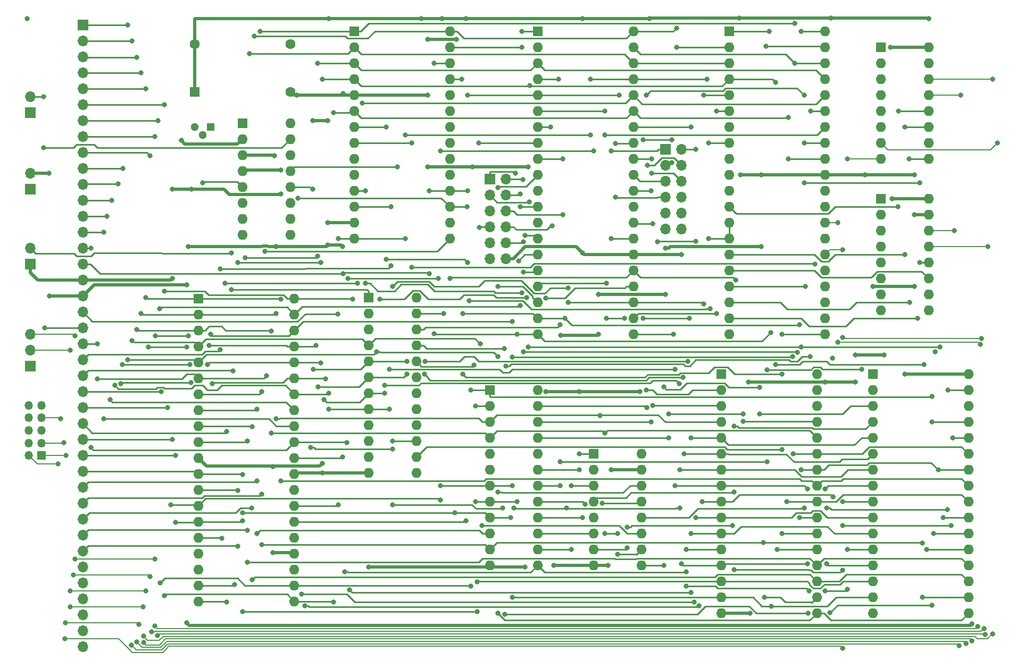
<source format=gbr>
G04 #@! TF.GenerationSoftware,KiCad,Pcbnew,(5.1.5-0-10_14)*
G04 #@! TF.CreationDate,2020-04-20T13:05:25+02:00*
G04 #@! TF.ProjectId,sinope,73696e6f-7065-42e6-9b69-6361645f7063,rev?*
G04 #@! TF.SameCoordinates,Original*
G04 #@! TF.FileFunction,Copper,L2,Bot*
G04 #@! TF.FilePolarity,Positive*
%FSLAX46Y46*%
G04 Gerber Fmt 4.6, Leading zero omitted, Abs format (unit mm)*
G04 Created by KiCad (PCBNEW (5.1.5-0-10_14)) date 2020-04-20 13:05:25*
%MOMM*%
%LPD*%
G04 APERTURE LIST*
%ADD10O,1.600000X1.600000*%
%ADD11R,1.600000X1.600000*%
%ADD12O,1.700000X1.700000*%
%ADD13R,1.700000X1.700000*%
%ADD14O,1.350000X1.350000*%
%ADD15R,1.350000X1.350000*%
%ADD16C,1.600000*%
%ADD17R,1.300000X1.300000*%
%ADD18C,1.300000*%
%ADD19C,0.800000*%
%ADD20C,0.500000*%
%ADD21C,0.250000*%
%ADD22C,0.200000*%
G04 APERTURE END LIST*
D10*
X169418000Y-82550000D03*
X154178000Y-120650000D03*
X169418000Y-85090000D03*
X154178000Y-118110000D03*
X169418000Y-87630000D03*
X154178000Y-115570000D03*
X169418000Y-90170000D03*
X154178000Y-113030000D03*
X169418000Y-92710000D03*
X154178000Y-110490000D03*
X169418000Y-95250000D03*
X154178000Y-107950000D03*
X169418000Y-97790000D03*
X154178000Y-105410000D03*
X169418000Y-100330000D03*
X154178000Y-102870000D03*
X169418000Y-102870000D03*
X154178000Y-100330000D03*
X169418000Y-105410000D03*
X154178000Y-97790000D03*
X169418000Y-107950000D03*
X154178000Y-95250000D03*
X169418000Y-110490000D03*
X154178000Y-92710000D03*
X169418000Y-113030000D03*
X154178000Y-90170000D03*
X169418000Y-115570000D03*
X154178000Y-87630000D03*
X169418000Y-118110000D03*
X154178000Y-85090000D03*
X169418000Y-120650000D03*
D11*
X154178000Y-82550000D03*
D12*
X52578000Y-125984000D03*
X52578000Y-123444000D03*
X52578000Y-120904000D03*
X52578000Y-118364000D03*
X52578000Y-115824000D03*
X52578000Y-113284000D03*
X52578000Y-110744000D03*
X52578000Y-108204000D03*
X52578000Y-105664000D03*
X52578000Y-103124000D03*
X52578000Y-100584000D03*
X52578000Y-98044000D03*
X52578000Y-95504000D03*
X52578000Y-92964000D03*
X52578000Y-90424000D03*
X52578000Y-87884000D03*
X52578000Y-85344000D03*
X52578000Y-82804000D03*
X52578000Y-80264000D03*
X52578000Y-77724000D03*
X52578000Y-75184000D03*
X52578000Y-72644000D03*
X52578000Y-70104000D03*
X52578000Y-67564000D03*
X52578000Y-65024000D03*
X52578000Y-62484000D03*
X52578000Y-59944000D03*
X52578000Y-57404000D03*
X52578000Y-54864000D03*
X52578000Y-52324000D03*
X52578000Y-49784000D03*
X52578000Y-47244000D03*
X52578000Y-44704000D03*
X52578000Y-42164000D03*
X52578000Y-39624000D03*
X52578000Y-37084000D03*
X52578000Y-34544000D03*
X52578000Y-32004000D03*
X52578000Y-29464000D03*
D13*
X52578000Y-26924000D03*
D12*
X44196000Y-38354000D03*
D13*
X44196000Y-40894000D03*
D14*
X43974000Y-87504000D03*
X45974000Y-87504000D03*
X43974000Y-89504000D03*
X45974000Y-89504000D03*
X43974000Y-91504000D03*
X45974000Y-91504000D03*
X43974000Y-93504000D03*
X45974000Y-93504000D03*
X43974000Y-95504000D03*
D15*
X45974000Y-95504000D03*
D10*
X187198000Y-30480000D03*
X179578000Y-48260000D03*
X187198000Y-33020000D03*
X179578000Y-45720000D03*
X187198000Y-35560000D03*
X179578000Y-43180000D03*
X187198000Y-38100000D03*
X179578000Y-40640000D03*
X187198000Y-40640000D03*
X179578000Y-38100000D03*
X187198000Y-43180000D03*
X179578000Y-35560000D03*
X187198000Y-45720000D03*
X179578000Y-33020000D03*
X187198000Y-48260000D03*
D11*
X179578000Y-30480000D03*
D12*
X147828000Y-59436000D03*
X145288000Y-59436000D03*
X147828000Y-56896000D03*
X145288000Y-56896000D03*
X147828000Y-54356000D03*
X145288000Y-54356000D03*
X147828000Y-51816000D03*
X145288000Y-51816000D03*
X147828000Y-49276000D03*
X145288000Y-49276000D03*
X147828000Y-46736000D03*
D13*
X145288000Y-46736000D03*
D10*
X170688000Y-27940000D03*
X155448000Y-76200000D03*
X170688000Y-30480000D03*
X155448000Y-73660000D03*
X170688000Y-33020000D03*
X155448000Y-71120000D03*
X170688000Y-35560000D03*
X155448000Y-68580000D03*
X170688000Y-38100000D03*
X155448000Y-66040000D03*
X170688000Y-40640000D03*
X155448000Y-63500000D03*
X170688000Y-43180000D03*
X155448000Y-60960000D03*
X170688000Y-45720000D03*
X155448000Y-58420000D03*
X170688000Y-48260000D03*
X155448000Y-55880000D03*
X170688000Y-50800000D03*
X155448000Y-53340000D03*
X170688000Y-53340000D03*
X155448000Y-50800000D03*
X170688000Y-55880000D03*
X155448000Y-48260000D03*
X170688000Y-58420000D03*
X155448000Y-45720000D03*
X170688000Y-60960000D03*
X155448000Y-43180000D03*
X170688000Y-63500000D03*
X155448000Y-40640000D03*
X170688000Y-66040000D03*
X155448000Y-38100000D03*
X170688000Y-68580000D03*
X155448000Y-35560000D03*
X170688000Y-71120000D03*
X155448000Y-33020000D03*
X170688000Y-73660000D03*
X155448000Y-30480000D03*
X170688000Y-76200000D03*
D11*
X155448000Y-27940000D03*
D10*
X86233000Y-70485000D03*
X70993000Y-118745000D03*
X86233000Y-73025000D03*
X70993000Y-116205000D03*
X86233000Y-75565000D03*
X70993000Y-113665000D03*
X86233000Y-78105000D03*
X70993000Y-111125000D03*
X86233000Y-80645000D03*
X70993000Y-108585000D03*
X86233000Y-83185000D03*
X70993000Y-106045000D03*
X86233000Y-85725000D03*
X70993000Y-103505000D03*
X86233000Y-88265000D03*
X70993000Y-100965000D03*
X86233000Y-90805000D03*
X70993000Y-98425000D03*
X86233000Y-93345000D03*
X70993000Y-95885000D03*
X86233000Y-95885000D03*
X70993000Y-93345000D03*
X86233000Y-98425000D03*
X70993000Y-90805000D03*
X86233000Y-100965000D03*
X70993000Y-88265000D03*
X86233000Y-103505000D03*
X70993000Y-85725000D03*
X86233000Y-106045000D03*
X70993000Y-83185000D03*
X86233000Y-108585000D03*
X70993000Y-80645000D03*
X86233000Y-111125000D03*
X70993000Y-78105000D03*
X86233000Y-113665000D03*
X70993000Y-75565000D03*
X86233000Y-116205000D03*
X70993000Y-73025000D03*
X86233000Y-118745000D03*
D11*
X70993000Y-70485000D03*
D10*
X140208000Y-27940000D03*
X124968000Y-76200000D03*
X140208000Y-30480000D03*
X124968000Y-73660000D03*
X140208000Y-33020000D03*
X124968000Y-71120000D03*
X140208000Y-35560000D03*
X124968000Y-68580000D03*
X140208000Y-38100000D03*
X124968000Y-66040000D03*
X140208000Y-40640000D03*
X124968000Y-63500000D03*
X140208000Y-43180000D03*
X124968000Y-60960000D03*
X140208000Y-45720000D03*
X124968000Y-58420000D03*
X140208000Y-48260000D03*
X124968000Y-55880000D03*
X140208000Y-50800000D03*
X124968000Y-53340000D03*
X140208000Y-53340000D03*
X124968000Y-50800000D03*
X140208000Y-55880000D03*
X124968000Y-48260000D03*
X140208000Y-58420000D03*
X124968000Y-45720000D03*
X140208000Y-60960000D03*
X124968000Y-43180000D03*
X140208000Y-63500000D03*
X124968000Y-40640000D03*
X140208000Y-66040000D03*
X124968000Y-38100000D03*
X140208000Y-68580000D03*
X124968000Y-35560000D03*
X140208000Y-71120000D03*
X124968000Y-33020000D03*
X140208000Y-73660000D03*
X124968000Y-30480000D03*
X140208000Y-76200000D03*
D11*
X124968000Y-27940000D03*
D10*
X85598000Y-42545000D03*
X77978000Y-60325000D03*
X85598000Y-45085000D03*
X77978000Y-57785000D03*
X85598000Y-47625000D03*
X77978000Y-55245000D03*
X85598000Y-50165000D03*
X77978000Y-52705000D03*
X85598000Y-52705000D03*
X77978000Y-50165000D03*
X85598000Y-55245000D03*
X77978000Y-47625000D03*
X85598000Y-57785000D03*
X77978000Y-45085000D03*
X85598000Y-60325000D03*
D11*
X77978000Y-42545000D03*
D12*
X44196000Y-76200000D03*
X44196000Y-78740000D03*
D13*
X44196000Y-81280000D03*
D16*
X85598000Y-37592000D03*
X85598000Y-29972000D03*
X70358000Y-29972000D03*
D11*
X70358000Y-37592000D03*
D10*
X193548000Y-82550000D03*
X178308000Y-120650000D03*
X193548000Y-85090000D03*
X178308000Y-118110000D03*
X193548000Y-87630000D03*
X178308000Y-115570000D03*
X193548000Y-90170000D03*
X178308000Y-113030000D03*
X193548000Y-92710000D03*
X178308000Y-110490000D03*
X193548000Y-95250000D03*
X178308000Y-107950000D03*
X193548000Y-97790000D03*
X178308000Y-105410000D03*
X193548000Y-100330000D03*
X178308000Y-102870000D03*
X193548000Y-102870000D03*
X178308000Y-100330000D03*
X193548000Y-105410000D03*
X178308000Y-97790000D03*
X193548000Y-107950000D03*
X178308000Y-95250000D03*
X193548000Y-110490000D03*
X178308000Y-92710000D03*
X193548000Y-113030000D03*
X178308000Y-90170000D03*
X193548000Y-115570000D03*
X178308000Y-87630000D03*
X193548000Y-118110000D03*
X178308000Y-85090000D03*
X193548000Y-120650000D03*
D11*
X178308000Y-82550000D03*
D10*
X141478000Y-95250000D03*
X133858000Y-113030000D03*
X141478000Y-97790000D03*
X133858000Y-110490000D03*
X141478000Y-100330000D03*
X133858000Y-107950000D03*
X141478000Y-102870000D03*
X133858000Y-105410000D03*
X141478000Y-105410000D03*
X133858000Y-102870000D03*
X141478000Y-107950000D03*
X133858000Y-100330000D03*
X141478000Y-110490000D03*
X133858000Y-97790000D03*
X141478000Y-113030000D03*
D11*
X133858000Y-95250000D03*
D10*
X124968000Y-85090000D03*
X117348000Y-113030000D03*
X124968000Y-87630000D03*
X117348000Y-110490000D03*
X124968000Y-90170000D03*
X117348000Y-107950000D03*
X124968000Y-92710000D03*
X117348000Y-105410000D03*
X124968000Y-95250000D03*
X117348000Y-102870000D03*
X124968000Y-97790000D03*
X117348000Y-100330000D03*
X124968000Y-100330000D03*
X117348000Y-97790000D03*
X124968000Y-102870000D03*
X117348000Y-95250000D03*
X124968000Y-105410000D03*
X117348000Y-92710000D03*
X124968000Y-107950000D03*
X117348000Y-90170000D03*
X124968000Y-110490000D03*
X117348000Y-87630000D03*
X124968000Y-113030000D03*
D11*
X117348000Y-85090000D03*
D10*
X105664000Y-70358000D03*
X98044000Y-98298000D03*
X105664000Y-72898000D03*
X98044000Y-95758000D03*
X105664000Y-75438000D03*
X98044000Y-93218000D03*
X105664000Y-77978000D03*
X98044000Y-90678000D03*
X105664000Y-80518000D03*
X98044000Y-88138000D03*
X105664000Y-83058000D03*
X98044000Y-85598000D03*
X105664000Y-85598000D03*
X98044000Y-83058000D03*
X105664000Y-88138000D03*
X98044000Y-80518000D03*
X105664000Y-90678000D03*
X98044000Y-77978000D03*
X105664000Y-93218000D03*
X98044000Y-75438000D03*
X105664000Y-95758000D03*
X98044000Y-72898000D03*
X105664000Y-98298000D03*
D11*
X98044000Y-70358000D03*
D10*
X187198000Y-54610000D03*
X179578000Y-72390000D03*
X187198000Y-57150000D03*
X179578000Y-69850000D03*
X187198000Y-59690000D03*
X179578000Y-67310000D03*
X187198000Y-62230000D03*
X179578000Y-64770000D03*
X187198000Y-64770000D03*
X179578000Y-62230000D03*
X187198000Y-67310000D03*
X179578000Y-59690000D03*
X187198000Y-69850000D03*
X179578000Y-57150000D03*
X187198000Y-72390000D03*
D11*
X179578000Y-54610000D03*
D10*
X110998000Y-27940000D03*
X95758000Y-60960000D03*
X110998000Y-30480000D03*
X95758000Y-58420000D03*
X110998000Y-33020000D03*
X95758000Y-55880000D03*
X110998000Y-35560000D03*
X95758000Y-53340000D03*
X110998000Y-38100000D03*
X95758000Y-50800000D03*
X110998000Y-40640000D03*
X95758000Y-48260000D03*
X110998000Y-43180000D03*
X95758000Y-45720000D03*
X110998000Y-45720000D03*
X95758000Y-43180000D03*
X110998000Y-48260000D03*
X95758000Y-40640000D03*
X110998000Y-50800000D03*
X95758000Y-38100000D03*
X110998000Y-53340000D03*
X95758000Y-35560000D03*
X110998000Y-55880000D03*
X95758000Y-33020000D03*
X110998000Y-58420000D03*
X95758000Y-30480000D03*
X110998000Y-60960000D03*
D11*
X95758000Y-27940000D03*
D17*
X72898000Y-43180000D03*
D18*
X70358000Y-43180000D03*
X71628000Y-44450000D03*
D12*
X44196000Y-50546000D03*
D13*
X44196000Y-53086000D03*
D12*
X44196000Y-62484000D03*
D13*
X44196000Y-65024000D03*
D12*
X119888000Y-64135000D03*
X117348000Y-64135000D03*
X119888000Y-61595000D03*
X117348000Y-61595000D03*
X119888000Y-59055000D03*
X117348000Y-59055000D03*
X119888000Y-56515000D03*
X117348000Y-56515000D03*
X119888000Y-53975000D03*
X117348000Y-53975000D03*
X119888000Y-51435000D03*
D13*
X117348000Y-51435000D03*
D19*
X83058000Y-47752000D03*
X83312000Y-62230000D03*
X91548999Y-61976000D03*
X91548999Y-58420000D03*
X91548999Y-42164000D03*
X89154000Y-42164000D03*
X91694000Y-25908000D03*
X113538000Y-25908000D03*
X187198000Y-25908000D03*
X157060001Y-25819999D03*
X132080000Y-63246000D03*
X131572000Y-85344000D03*
X126238000Y-85344000D03*
X171615999Y-25819999D03*
X141224000Y-85344000D03*
X90678000Y-96774000D03*
X171938001Y-80029999D03*
X93897991Y-62230000D03*
X82804000Y-97282000D03*
X82804000Y-110998000D03*
X147828000Y-63500000D03*
X181102000Y-30480000D03*
X181356000Y-54610000D03*
X142748000Y-25908000D03*
X43688000Y-25908000D03*
X69342000Y-62230000D03*
X106426000Y-25908000D03*
X109728000Y-25908000D03*
X132080000Y-25908000D03*
X69151916Y-68302665D03*
X47207000Y-50546000D03*
X47244000Y-70104000D03*
X68237999Y-45300001D03*
X183388000Y-82550000D03*
X69088000Y-122174000D03*
X194133989Y-122350011D03*
X113538000Y-105918000D03*
X113755000Y-55880000D03*
X86785199Y-54503001D03*
X113030000Y-82550000D03*
X163830000Y-82550000D03*
X163830000Y-76200000D03*
X46346001Y-46482000D03*
X46346001Y-38354000D03*
X46482000Y-75184000D03*
X122676777Y-61454062D03*
X122682000Y-66294000D03*
X118618000Y-68580000D03*
X127254000Y-58928000D03*
X127000000Y-43180000D03*
X115658000Y-59182000D03*
X115570000Y-45720000D03*
X128995000Y-57150000D03*
X128995000Y-48260000D03*
X118618000Y-52832000D03*
X122174000Y-53848000D03*
X122174000Y-55880000D03*
X123661000Y-55118000D03*
X122594000Y-51562000D03*
X122936000Y-60452000D03*
X121412000Y-50546000D03*
X121915582Y-64511581D03*
X49758174Y-124739826D03*
X173482000Y-126238000D03*
X174244000Y-48260000D03*
X49022000Y-89662000D03*
X49784000Y-122174000D03*
X61468000Y-122428000D03*
X62226405Y-125286813D03*
X194114306Y-125024039D03*
X198120000Y-45720000D03*
X60290839Y-125677272D03*
X192024000Y-125824059D03*
X191262000Y-59690000D03*
X49530000Y-93472000D03*
X50546000Y-119634000D03*
X62160785Y-119634000D03*
X62237681Y-124286875D03*
X197358000Y-123952000D03*
X197358000Y-35560000D03*
X48656309Y-96843960D03*
X61190670Y-125241029D03*
X193170318Y-125424049D03*
X192278000Y-38100000D03*
X49907999Y-95504000D03*
X50546000Y-117094000D03*
X62608000Y-117094000D03*
X64428204Y-124224019D03*
X196220535Y-124025303D03*
X196596000Y-62230000D03*
X149098000Y-73660000D03*
X141732000Y-73660000D03*
X138807997Y-73660000D03*
X135890000Y-73660000D03*
X135890000Y-68072000D03*
X146558000Y-76200000D03*
X149352000Y-43180000D03*
X137377000Y-54356000D03*
X137377000Y-45757000D03*
X143137999Y-50546000D03*
X143137999Y-48260000D03*
X142412999Y-49276000D03*
X143002000Y-53340000D03*
X146299347Y-48825999D03*
X146304000Y-45212000D03*
X141732000Y-45212000D03*
X150114000Y-46736000D03*
X150114000Y-61380000D03*
X144018000Y-61468000D03*
X143257249Y-58570171D03*
X136652000Y-46990000D03*
X136652000Y-60960000D03*
X76200000Y-63246000D03*
X71628000Y-52070000D03*
X101600000Y-65278000D03*
X101600000Y-55880000D03*
X101854000Y-68580000D03*
X129794000Y-68834000D03*
X129794000Y-71120000D03*
X151384000Y-71374000D03*
X151384000Y-38100000D03*
X74713000Y-108712000D03*
X74422000Y-65786000D03*
X74419249Y-78667999D03*
X95504000Y-70612000D03*
X99822000Y-70612000D03*
X123190000Y-70358000D03*
X123444000Y-78232000D03*
X166878000Y-78232000D03*
X188976000Y-78232000D03*
X189484000Y-105410000D03*
X166624000Y-105410000D03*
X65566999Y-69342000D03*
X65532000Y-39624000D03*
X75438000Y-118872000D03*
X75184000Y-68072000D03*
X96266000Y-68072000D03*
X97028000Y-39370000D03*
X75438000Y-91694000D03*
X122174000Y-71628000D03*
X122682000Y-78994000D03*
X166900652Y-97767348D03*
X188214000Y-78994000D03*
X188722000Y-97790000D03*
X166302503Y-79074159D03*
X64841999Y-72136000D03*
X64516000Y-42164000D03*
X76708000Y-116078000D03*
X76200000Y-69088000D03*
X76454000Y-82042000D03*
X120904000Y-74168000D03*
X120904000Y-79793000D03*
X165571000Y-79756000D03*
X165608000Y-95250000D03*
X72898000Y-76200000D03*
X69342000Y-76454000D03*
X64116999Y-76454000D03*
X64008000Y-44704000D03*
X89662000Y-77978000D03*
X89299001Y-81788000D03*
X104140000Y-80518000D03*
X107064003Y-80518000D03*
X148844000Y-80518000D03*
X149352000Y-92710000D03*
X72644000Y-77978000D03*
X69088000Y-78232000D03*
X62992000Y-78232000D03*
X63315000Y-47752000D03*
X90424000Y-80772000D03*
X90061001Y-84582000D03*
X104140000Y-82550000D03*
X106963870Y-82538052D03*
X148082000Y-83058000D03*
X148262000Y-95250000D03*
X72390000Y-81026000D03*
X69596000Y-81026000D03*
X58891000Y-81026000D03*
X58928000Y-49784000D03*
X91186000Y-83312000D03*
X90969000Y-86614000D03*
X100621000Y-85598000D03*
X100584000Y-84328000D03*
X147537000Y-84074000D03*
X147574000Y-97790000D03*
X73152000Y-84074000D03*
X69769179Y-83864901D03*
X58614724Y-84037000D03*
X58166000Y-52236000D03*
X77978000Y-105918000D03*
X77978000Y-120396000D03*
X115316000Y-120396000D03*
X115099000Y-102870000D03*
X115316000Y-115604001D03*
X121666000Y-102870000D03*
X121666000Y-76200000D03*
X108458000Y-76127999D03*
X108458000Y-33020000D03*
X162052000Y-75946000D03*
X161798000Y-27940000D03*
X67310000Y-95504000D03*
X67310000Y-106172000D03*
X91694000Y-85598000D03*
X91694000Y-88138000D03*
X101346000Y-88138000D03*
X101346000Y-81788000D03*
X146812000Y-81788000D03*
X146812000Y-100330000D03*
X167894000Y-100838000D03*
X170717870Y-100849948D03*
X57150000Y-54864000D03*
X57658000Y-84328000D03*
X109474000Y-102616000D03*
X109474000Y-100330000D03*
X170942000Y-112776000D03*
X167894000Y-112776000D03*
X147865000Y-112776000D03*
X147574000Y-103886000D03*
X121158000Y-103886000D03*
X120904000Y-100330000D03*
X129540000Y-103886000D03*
X129286000Y-73660000D03*
X113030000Y-72898000D03*
X112884999Y-35560000D03*
X166624000Y-74676000D03*
X166878000Y-27940000D03*
X66802000Y-92964000D03*
X66585000Y-103378000D03*
X87884000Y-119470000D03*
X150692051Y-119426701D03*
X151130000Y-102870000D03*
X171958000Y-102108000D03*
X173486653Y-102874653D03*
X56388000Y-57404000D03*
X56896000Y-86614000D03*
X77253000Y-101092000D03*
X77216000Y-64770000D03*
X90424000Y-64770000D03*
X90678000Y-35560000D03*
X123698000Y-36576000D03*
X162814000Y-36068000D03*
X163068000Y-110490000D03*
X162814000Y-81026000D03*
X186436000Y-81026000D03*
X186907000Y-110490000D03*
X77216000Y-109982000D03*
X87376000Y-117602000D03*
X149860000Y-118872000D03*
X150114000Y-105410000D03*
X55880000Y-59944000D03*
X55880000Y-89662000D03*
X77978000Y-98552000D03*
X77978000Y-104648000D03*
X120650000Y-105410000D03*
X120904000Y-118110000D03*
X111760000Y-104648000D03*
X122428000Y-30480000D03*
X122428000Y-27940000D03*
X162196999Y-119524999D03*
X161327000Y-30334001D03*
X94622991Y-93472000D03*
X94742000Y-67310000D03*
X109183000Y-67310000D03*
X94996000Y-116930000D03*
X149352000Y-117348000D03*
X149352000Y-107950000D03*
X109474000Y-46990000D03*
X133858000Y-46990000D03*
X135636000Y-44450000D03*
X135636000Y-40640000D03*
X53848000Y-62484000D03*
X53848000Y-94234000D03*
X93897991Y-95758000D03*
X94234000Y-114046000D03*
X148590000Y-114046000D03*
X148590000Y-110490000D03*
X174244000Y-110490000D03*
X93980000Y-66548000D03*
X107696000Y-66548000D03*
X107696000Y-53340000D03*
X113792000Y-53340000D03*
X113792000Y-38100000D03*
X137922000Y-38100000D03*
X142240000Y-38100000D03*
X167386000Y-38100000D03*
X167386000Y-45720000D03*
X148590000Y-116332000D03*
X168148000Y-117094000D03*
X170688000Y-117094000D03*
X174244000Y-116840000D03*
X78740000Y-93218000D03*
X78414001Y-64008000D03*
X89916000Y-63754000D03*
X89916000Y-33020000D03*
X78740000Y-112522000D03*
X78740000Y-107442000D03*
X79539000Y-90932000D03*
X79139001Y-31496000D03*
X79539000Y-115279000D03*
X79465000Y-103886000D03*
X80264000Y-88138000D03*
X80301000Y-107950000D03*
X118618000Y-120650000D03*
X79901001Y-28702000D03*
X147066000Y-27395000D03*
X147066000Y-30480000D03*
X80264000Y-99568000D03*
X93218000Y-103378000D03*
X93218000Y-60960000D03*
X103886000Y-60960000D03*
X103886000Y-44450000D03*
X133350000Y-44450000D03*
X133350000Y-35560000D03*
X151892000Y-35560000D03*
X152146000Y-45720000D03*
X93172991Y-72943009D03*
X81026000Y-85344000D03*
X81026000Y-109728000D03*
X80772000Y-27940000D03*
X165862000Y-26670000D03*
X160926999Y-109364999D03*
X161036000Y-118110000D03*
X186182000Y-109474000D03*
X186182000Y-118110000D03*
X165862000Y-33020000D03*
X81026000Y-101654999D03*
X81788000Y-82804000D03*
X81534000Y-62992000D03*
X110998000Y-67310000D03*
X156464000Y-67564000D03*
X54864000Y-77724000D03*
X54864000Y-83312000D03*
X99314000Y-78994000D03*
X118618000Y-79756000D03*
X118618000Y-101346000D03*
X59690000Y-80264000D03*
X59690000Y-26924000D03*
X115824000Y-77724000D03*
X116078000Y-106680000D03*
X60415000Y-29464000D03*
X60415000Y-77179000D03*
X82550000Y-75692000D03*
X82550000Y-91948000D03*
X135708001Y-91948000D03*
X61140000Y-75438000D03*
X61140000Y-32078000D03*
X114300000Y-116332000D03*
X114300000Y-85090000D03*
X187706000Y-86106000D03*
X187706000Y-90170000D03*
X65024000Y-85344000D03*
X64915001Y-115824000D03*
X83312000Y-72898000D03*
X83312000Y-89662000D03*
X134874000Y-89154000D03*
X61865000Y-72898000D03*
X61865000Y-34544000D03*
X92456000Y-118872000D03*
X92456000Y-40894000D03*
X164846000Y-41656000D03*
X164846000Y-48260000D03*
X164592000Y-102870000D03*
X66040000Y-87884000D03*
X65532000Y-117856000D03*
X84074000Y-70612000D03*
X84074000Y-99568000D03*
X62590000Y-70358000D03*
X62590000Y-37084000D03*
X126297687Y-70410104D03*
X122428000Y-69596000D03*
X97536000Y-68072000D03*
X97608001Y-53340000D03*
X104902000Y-45720000D03*
X104902000Y-65532000D03*
X169075653Y-65024000D03*
X152146000Y-60960000D03*
X152400000Y-72136000D03*
X114046000Y-70866000D03*
X113792000Y-64770000D03*
X100838000Y-64262000D03*
X100838000Y-43180000D03*
X109982000Y-72898000D03*
X128270000Y-35560000D03*
X128524000Y-74676000D03*
X153416000Y-72898000D03*
X153416000Y-40640000D03*
X185420000Y-73660000D03*
X185762000Y-64770000D03*
X184150000Y-71120000D03*
X184062000Y-48260000D03*
X167625653Y-68580000D03*
X167386000Y-52070000D03*
X185762000Y-52070000D03*
X119634000Y-78486000D03*
X119888000Y-81280000D03*
X168350653Y-79756000D03*
X168402000Y-40640000D03*
X114808000Y-81063000D03*
X115062000Y-87630000D03*
X101854000Y-93218000D03*
X102616000Y-49530000D03*
X163830000Y-94560001D03*
X163830000Y-107950000D03*
X89154000Y-53086000D03*
X88826001Y-94234000D03*
X101854000Y-94488000D03*
X101854000Y-103378000D03*
X119380000Y-103886000D03*
X119763109Y-120769804D03*
X168017997Y-120650000D03*
X171512338Y-120587662D03*
X187706000Y-119380000D03*
X187960000Y-107950000D03*
X145796000Y-92710000D03*
X145796000Y-88900000D03*
X157674272Y-88900415D03*
X157674272Y-90110272D03*
X143002000Y-90170000D03*
X143263759Y-87531355D03*
X142328000Y-87884000D03*
X142240000Y-85090000D03*
X128524000Y-100330000D03*
X128524000Y-96520000D03*
X161471999Y-96520000D03*
X161471999Y-81821154D03*
X176530000Y-81788000D03*
X132516359Y-103270001D03*
X135230815Y-103144563D03*
X132080000Y-105410000D03*
X135636000Y-107950000D03*
X137668000Y-107950000D03*
X137668000Y-111252000D03*
X130302000Y-110490000D03*
X130302000Y-100330000D03*
X139192000Y-110236000D03*
X139196653Y-106929347D03*
X155956000Y-106680000D03*
X156210000Y-113719999D03*
X173482000Y-113792000D03*
X173482000Y-106680000D03*
X190754000Y-106680000D03*
X191008000Y-92710000D03*
X167386000Y-103886000D03*
X170942000Y-103886000D03*
X190209000Y-104140000D03*
X190246000Y-85090000D03*
X156210000Y-101346000D03*
X156210000Y-90823001D03*
X145034000Y-113030000D03*
X145034000Y-84582000D03*
X160274000Y-84670000D03*
X160274000Y-88900000D03*
X131572000Y-97790000D03*
X131572000Y-95250000D03*
X90678000Y-98298000D03*
X98044000Y-113284000D03*
X127508000Y-113030000D03*
X128658010Y-76322012D03*
X134620000Y-76200000D03*
X134620000Y-69850000D03*
X145288000Y-69850000D03*
X145288000Y-62484000D03*
X160528000Y-62230000D03*
X160528000Y-50800000D03*
X123444000Y-49530000D03*
X107442000Y-49530000D03*
X107442000Y-38100000D03*
X114554000Y-49530000D03*
X86614000Y-38100000D03*
X84074000Y-50038000D03*
X158745347Y-120654653D03*
X136652000Y-97790000D03*
X136144000Y-113030000D03*
X122936000Y-113284000D03*
X107442000Y-29210000D03*
X112014000Y-29210000D03*
X93980000Y-37846000D03*
X158496000Y-83820000D03*
X157226000Y-50800000D03*
X184912000Y-50800000D03*
X177038000Y-50800000D03*
X175514000Y-83820000D03*
X170688000Y-83820000D03*
X184912000Y-57150000D03*
X184912000Y-68580000D03*
X178308000Y-68580000D03*
X84074000Y-53848000D03*
X69850000Y-53086000D03*
X66802000Y-67310000D03*
X66802000Y-53086000D03*
X175514000Y-79502000D03*
X180086000Y-79502000D03*
X50608000Y-78740000D03*
X51054000Y-114554000D03*
X63308000Y-114808000D03*
X63560786Y-123576429D03*
X195998242Y-123050321D03*
X195639562Y-76827550D03*
X173488001Y-76714112D03*
X173488001Y-62738000D03*
X182300001Y-55880000D03*
X182372000Y-40640000D03*
X183425000Y-63500000D03*
X183388000Y-43180000D03*
X51308000Y-76454000D03*
X51308000Y-112014000D03*
X64008000Y-112014000D03*
X64008000Y-122682000D03*
X195033626Y-122786655D03*
X195488000Y-77816000D03*
X172788001Y-77470000D03*
X172788001Y-58420000D03*
D20*
X82931000Y-47625000D02*
X83058000Y-47752000D01*
X77978000Y-47625000D02*
X82931000Y-47625000D01*
X91294999Y-62230000D02*
X91548999Y-61976000D01*
X83312000Y-62230000D02*
X91294999Y-62230000D01*
X91548999Y-58420000D02*
X95758000Y-58420000D01*
X91548999Y-42164000D02*
X89154000Y-42164000D01*
X91694000Y-25908000D02*
X70358000Y-25908000D01*
X70358000Y-25908000D02*
X70358000Y-29972000D01*
X113538000Y-25908000D02*
X113626001Y-25819999D01*
X187109999Y-25819999D02*
X187198000Y-25908000D01*
X171615999Y-25819999D02*
X187109999Y-25819999D01*
X132334000Y-63500000D02*
X132080000Y-63246000D01*
X140208000Y-63500000D02*
X132334000Y-63500000D01*
X131572000Y-85344000D02*
X126238000Y-85344000D01*
X157060001Y-25819999D02*
X171615999Y-25819999D01*
X141224000Y-85344000D02*
X131572000Y-85344000D01*
X72281999Y-97173999D02*
X70993000Y-95885000D01*
X90678000Y-96774000D02*
X90278001Y-97173999D01*
X93643991Y-61976000D02*
X93897991Y-62230000D01*
X91548999Y-61976000D02*
X93643991Y-61976000D01*
X82912001Y-97173999D02*
X82804000Y-97282000D01*
X83203999Y-97173999D02*
X82912001Y-97173999D01*
X90278001Y-97173999D02*
X83203999Y-97173999D01*
X83203999Y-97173999D02*
X72281999Y-97173999D01*
X86106000Y-110998000D02*
X86233000Y-111125000D01*
X82804000Y-110998000D02*
X86106000Y-110998000D01*
X70358000Y-37592000D02*
X70358000Y-29972000D01*
X131083999Y-62249999D02*
X132080000Y-63246000D01*
X121090081Y-64135000D02*
X122975082Y-62249999D01*
X122975082Y-62249999D02*
X131083999Y-62249999D01*
X119888000Y-64135000D02*
X121090081Y-64135000D01*
X140208000Y-63500000D02*
X147828000Y-63500000D01*
X181102000Y-30480000D02*
X187198000Y-30480000D01*
X181356000Y-54610000D02*
X187198000Y-54610000D01*
X142659999Y-25819999D02*
X142748000Y-25908000D01*
X142659999Y-25819999D02*
X157060001Y-25819999D01*
X81953999Y-62141999D02*
X82042000Y-62230000D01*
X81125999Y-62141999D02*
X81953999Y-62141999D01*
X82042000Y-62230000D02*
X83312000Y-62230000D01*
X81037998Y-62230000D02*
X81125999Y-62141999D01*
X69342000Y-62230000D02*
X81037998Y-62230000D01*
X106426000Y-25908000D02*
X109728000Y-25908000D01*
X91694000Y-25908000D02*
X106426000Y-25908000D01*
X109728000Y-25908000D02*
X113538000Y-25908000D01*
X113538000Y-25908000D02*
X132080000Y-25908000D01*
X132080000Y-25908000D02*
X142748000Y-25908000D01*
X54379335Y-68302665D02*
X69151916Y-68302665D01*
X52578000Y-70104000D02*
X54379335Y-68302665D01*
X44196000Y-50546000D02*
X47207000Y-50546000D01*
X47244000Y-70104000D02*
X52578000Y-70104000D01*
X68822997Y-45884999D02*
X68237999Y-45300001D01*
X77178001Y-45884999D02*
X68822997Y-45884999D01*
X77978000Y-45085000D02*
X77178001Y-45884999D01*
X193548000Y-82550000D02*
X183388000Y-82550000D01*
X69487999Y-122573999D02*
X193910001Y-122573999D01*
X193910001Y-122573999D02*
X194133989Y-122350011D01*
X69088000Y-122174000D02*
X69487999Y-122573999D01*
D21*
X113411000Y-106045000D02*
X113538000Y-105918000D01*
X86233000Y-106045000D02*
X113411000Y-106045000D01*
X113755000Y-55880000D02*
X110998000Y-55880000D01*
X109621001Y-54503001D02*
X86785199Y-54503001D01*
X110998000Y-55880000D02*
X109621001Y-54503001D01*
X156363002Y-82550000D02*
X163830000Y-82550000D01*
X155238001Y-81424999D02*
X156363002Y-82550000D01*
X152209999Y-82332999D02*
X153117999Y-81424999D01*
X147733999Y-82332999D02*
X152209999Y-82332999D01*
X147459008Y-82607990D02*
X147733999Y-82332999D01*
X142510589Y-82607990D02*
X147459008Y-82607990D01*
X113030000Y-82550000D02*
X113544979Y-83064979D01*
X142053600Y-83064979D02*
X142510589Y-82607990D01*
X153117999Y-81424999D02*
X155238001Y-81424999D01*
X113544979Y-83064979D02*
X142053600Y-83064979D01*
X163830000Y-76200000D02*
X170688000Y-76200000D01*
X46346001Y-38354000D02*
X44196000Y-38354000D01*
X52578000Y-75184000D02*
X46482000Y-75184000D01*
X84201000Y-46482000D02*
X85598000Y-45085000D01*
X54864000Y-46482000D02*
X84201000Y-46482000D01*
X54356000Y-45974000D02*
X54864000Y-46482000D01*
X51562000Y-45974000D02*
X54356000Y-45974000D01*
X51054000Y-46482000D02*
X51562000Y-45974000D01*
X46346001Y-46482000D02*
X51054000Y-46482000D01*
X122535839Y-61595000D02*
X122676777Y-61454062D01*
X119888000Y-61595000D02*
X122535839Y-61595000D01*
X124714000Y-66294000D02*
X124968000Y-66040000D01*
X122682000Y-66294000D02*
X124714000Y-66294000D01*
X124168001Y-70320001D02*
X124968000Y-71120000D01*
X124168001Y-70081413D02*
X124168001Y-70320001D01*
X122666588Y-68580000D02*
X124168001Y-70081413D01*
X118618000Y-68580000D02*
X122666588Y-68580000D01*
X126451000Y-59545001D02*
X127068001Y-58928000D01*
X121090081Y-59055000D02*
X121580082Y-59545001D01*
X121580082Y-59545001D02*
X126451000Y-59545001D01*
X119888000Y-59055000D02*
X121090081Y-59055000D01*
X127000000Y-43180000D02*
X124968000Y-43180000D01*
X115785000Y-59055000D02*
X115658000Y-59182000D01*
X117348000Y-59055000D02*
X115785000Y-59055000D01*
X115570000Y-45720000D02*
X124968000Y-45720000D01*
X121725081Y-57150000D02*
X128995000Y-57150000D01*
X121090081Y-56515000D02*
X121725081Y-57150000D01*
X119888000Y-56515000D02*
X121090081Y-56515000D01*
X128995000Y-48260000D02*
X124968000Y-48260000D01*
X123157999Y-52610001D02*
X124968000Y-50800000D01*
X118839999Y-52610001D02*
X123157999Y-52610001D01*
X118618000Y-52832000D02*
X118839999Y-52610001D01*
X122047000Y-53975000D02*
X122174000Y-53848000D01*
X119888000Y-53975000D02*
X122047000Y-53975000D01*
X122174000Y-55880000D02*
X124968000Y-55880000D01*
X123628999Y-55150001D02*
X123661000Y-55118000D01*
X118523001Y-55150001D02*
X123628999Y-55150001D01*
X117348000Y-53975000D02*
X118523001Y-55150001D01*
X122467000Y-51435000D02*
X122594000Y-51562000D01*
X119888000Y-51435000D02*
X122467000Y-51435000D01*
X124460000Y-60452000D02*
X124968000Y-60960000D01*
X122936000Y-60452000D02*
X124460000Y-60452000D01*
X117423001Y-50259999D02*
X121125999Y-50259999D01*
X117348000Y-50335000D02*
X117423001Y-50259999D01*
X121125999Y-50259999D02*
X121412000Y-50546000D01*
X117348000Y-51435000D02*
X117348000Y-50335000D01*
X122927163Y-63500000D02*
X124968000Y-63500000D01*
X121915582Y-64511581D02*
X122927163Y-63500000D01*
D22*
X58317391Y-124739826D02*
X60464407Y-126886842D01*
X49758174Y-124739826D02*
X58317391Y-124739826D01*
X60464407Y-126886842D02*
X65310253Y-126886842D01*
X65310253Y-126886842D02*
X65786000Y-126411094D01*
X65786000Y-126411094D02*
X66273015Y-125924079D01*
X173168079Y-125924079D02*
X173482000Y-126238000D01*
X66273015Y-125924079D02*
X173168079Y-125924079D01*
X174244000Y-48260000D02*
X179578000Y-48260000D01*
X48864000Y-89504000D02*
X49022000Y-89662000D01*
X45974000Y-89504000D02*
X48864000Y-89504000D01*
X49784000Y-122174000D02*
X61468000Y-122174000D01*
X61468000Y-122174000D02*
X61468000Y-122428000D01*
X64813188Y-125686812D02*
X65775951Y-124724049D01*
X62626404Y-125686812D02*
X64813188Y-125686812D01*
X62226405Y-125286813D02*
X62626404Y-125686812D01*
X65775951Y-124724049D02*
X193814316Y-124724049D01*
X193814316Y-124724049D02*
X194114306Y-125024039D01*
X180678001Y-46820001D02*
X179578000Y-45720000D01*
X197019999Y-46820001D02*
X180678001Y-46820001D01*
X198120000Y-45720000D02*
X197019999Y-46820001D01*
X61100399Y-126486832D02*
X65144564Y-126486832D01*
X60290839Y-125677272D02*
X61100399Y-126486832D01*
X65144564Y-126486832D02*
X66107327Y-125524069D01*
X66107327Y-125524069D02*
X191724010Y-125524069D01*
X191724010Y-125524069D02*
X192024000Y-125824059D01*
X191262000Y-59690000D02*
X187198000Y-59690000D01*
X49498000Y-93504000D02*
X49530000Y-93472000D01*
X45974000Y-93504000D02*
X49498000Y-93504000D01*
X50546000Y-119634000D02*
X62160785Y-119634000D01*
X64764205Y-124924020D02*
X65364186Y-124324039D01*
X62874826Y-124924020D02*
X64764205Y-124924020D01*
X62237681Y-124286875D02*
X62874826Y-124924020D01*
X65364186Y-124324039D02*
X194564000Y-124324039D01*
X194965265Y-124725304D02*
X196584696Y-124725304D01*
X196584696Y-124725304D02*
X197358000Y-123952000D01*
X194564000Y-124324039D02*
X194965265Y-124725304D01*
X197358000Y-35560000D02*
X187198000Y-35560000D01*
X45313960Y-96843960D02*
X48656309Y-96843960D01*
X43974000Y-95504000D02*
X45313960Y-96843960D01*
X64978877Y-126086822D02*
X65786000Y-125279698D01*
X62036463Y-126086822D02*
X64978877Y-126086822D01*
X61190670Y-125241029D02*
X62036463Y-126086822D01*
X65786000Y-125279698D02*
X65941639Y-125124059D01*
X65941639Y-125124059D02*
X192942059Y-125124059D01*
X193170318Y-125352318D02*
X193170318Y-125424049D01*
X192942059Y-125124059D02*
X193170318Y-125352318D01*
X192278000Y-38100000D02*
X187198000Y-38100000D01*
X45974000Y-95504000D02*
X49907999Y-95504000D01*
X50546000Y-117094000D02*
X62608000Y-117094000D01*
X64428204Y-124224019D02*
X64728194Y-123924029D01*
X196119261Y-123924029D02*
X196220535Y-124025303D01*
X64728194Y-123924029D02*
X196119261Y-123924029D01*
X196596000Y-62230000D02*
X187198000Y-62230000D01*
D21*
X149098000Y-73660000D02*
X141732000Y-73660000D01*
X138807997Y-73660000D02*
X135890000Y-73660000D01*
X125476000Y-68072000D02*
X124968000Y-68580000D01*
X135890000Y-68072000D02*
X125476000Y-68072000D01*
X146558000Y-76200000D02*
X140208000Y-76200000D01*
X149352000Y-43180000D02*
X140208000Y-43180000D01*
X137486001Y-54465001D02*
X137377000Y-54356000D01*
X144085919Y-54356000D02*
X143976918Y-54465001D01*
X143976918Y-54465001D02*
X137486001Y-54465001D01*
X145288000Y-54356000D02*
X144085919Y-54356000D01*
X140171000Y-45757000D02*
X140208000Y-45720000D01*
X137377000Y-45757000D02*
X140171000Y-45757000D01*
X146558000Y-50546000D02*
X143137999Y-50546000D01*
X147828000Y-51816000D02*
X146558000Y-50546000D01*
X143137999Y-48260000D02*
X140208000Y-48260000D01*
X141224000Y-51816000D02*
X140208000Y-50800000D01*
X145288000Y-51816000D02*
X141224000Y-51816000D01*
X144723999Y-48100999D02*
X143548998Y-49276000D01*
X143548998Y-49276000D02*
X142412999Y-49276000D01*
X146652999Y-48100999D02*
X144723999Y-48100999D01*
X147828000Y-49276000D02*
X146652999Y-48100999D01*
X143002000Y-53340000D02*
X140208000Y-53340000D01*
X145849346Y-49276000D02*
X146299347Y-48825999D01*
X145288000Y-49276000D02*
X145849346Y-49276000D01*
X146304000Y-45212000D02*
X141732000Y-45212000D01*
X147828000Y-46736000D02*
X150114000Y-46736000D01*
X144106000Y-61380000D02*
X144018000Y-61468000D01*
X150114000Y-61380000D02*
X144106000Y-61380000D01*
X140358171Y-58570171D02*
X140208000Y-58420000D01*
X143257249Y-58570171D02*
X140358171Y-58570171D01*
X143934000Y-46990000D02*
X136652000Y-46990000D01*
X144188000Y-46736000D02*
X143934000Y-46990000D01*
X145288000Y-46736000D02*
X144188000Y-46736000D01*
X136652000Y-60960000D02*
X140208000Y-60960000D01*
X76112001Y-63333999D02*
X76200000Y-63246000D01*
X54356000Y-63246000D02*
X76112001Y-63333999D01*
X53848000Y-63754000D02*
X54356000Y-63246000D01*
X51562000Y-63754000D02*
X53848000Y-63754000D01*
X45045999Y-63333999D02*
X51141999Y-63333999D01*
X51141999Y-63333999D02*
X51562000Y-63754000D01*
X44196000Y-62484000D02*
X45045999Y-63333999D01*
X71792999Y-51905001D02*
X71628000Y-52070000D01*
X77178001Y-51905001D02*
X71792999Y-51905001D01*
X77978000Y-52705000D02*
X77178001Y-51905001D01*
X101200001Y-65677999D02*
X101600000Y-65278000D01*
X101600000Y-55880000D02*
X95758000Y-55880000D01*
X123302998Y-68580000D02*
X124427999Y-69705001D01*
X129794000Y-71120000D02*
X140208000Y-71120000D01*
X140208000Y-71120000D02*
X151130000Y-71120000D01*
X151130000Y-71120000D02*
X151384000Y-71374000D01*
X151384000Y-38100000D02*
X155448000Y-38100000D01*
X127000000Y-68834000D02*
X129794000Y-68834000D01*
X126128999Y-69705001D02*
X127000000Y-68834000D01*
X124427999Y-69705001D02*
X126128999Y-69705001D01*
X102616000Y-67818000D02*
X101854000Y-68580000D01*
X115570000Y-68580000D02*
X108458000Y-68580000D01*
X116534989Y-67615011D02*
X115570000Y-68580000D01*
X108458000Y-68580000D02*
X107696000Y-67818000D01*
X122338009Y-67615011D02*
X116534989Y-67615011D01*
X107696000Y-67818000D02*
X102616000Y-67818000D01*
X124427999Y-69705001D02*
X122338009Y-67615011D01*
X74586000Y-108585000D02*
X74713000Y-108712000D01*
X70993000Y-108585000D02*
X74586000Y-108585000D01*
X74422000Y-65786000D02*
X101200001Y-65677999D01*
X53427999Y-79414001D02*
X71587589Y-79414001D01*
X52578000Y-80264000D02*
X53427999Y-79414001D01*
X74157453Y-78929795D02*
X74419249Y-78667999D01*
X72071795Y-78929795D02*
X74157453Y-78929795D01*
X71587589Y-79414001D02*
X72071795Y-78929795D01*
X95377000Y-70485000D02*
X95504000Y-70612000D01*
X86233000Y-70485000D02*
X95377000Y-70485000D01*
X123444000Y-78232000D02*
X166878000Y-78232000D01*
X166878000Y-78232000D02*
X188976000Y-78232000D01*
X189484000Y-105410000D02*
X193548000Y-105410000D01*
X103744998Y-70612000D02*
X99822000Y-70612000D01*
X166624000Y-105410000D02*
X169418000Y-105410000D01*
X117964001Y-69958001D02*
X118364000Y-70358000D01*
X118364000Y-70358000D02*
X123190000Y-70358000D01*
X113138001Y-69958001D02*
X113138001Y-69995999D01*
X117964001Y-69958001D02*
X113138001Y-69958001D01*
X113138001Y-69995999D02*
X112522000Y-70612000D01*
X105123999Y-69232999D02*
X103744998Y-70612000D01*
X106204001Y-69232999D02*
X105123999Y-69232999D01*
X107583002Y-70612000D02*
X106204001Y-69232999D01*
X112522000Y-70612000D02*
X107583002Y-70612000D01*
X72580001Y-69886999D02*
X72035002Y-69342000D01*
X84503629Y-69886999D02*
X72580001Y-69886999D01*
X72035002Y-69342000D02*
X65566999Y-69342000D01*
X85101630Y-70485000D02*
X84503629Y-69886999D01*
X86233000Y-70485000D02*
X85101630Y-70485000D01*
X65532000Y-39624000D02*
X52578000Y-39624000D01*
X75311000Y-118745000D02*
X75438000Y-118872000D01*
X70993000Y-118745000D02*
X75311000Y-118745000D01*
X75184000Y-68072000D02*
X96266000Y-68072000D01*
X138938000Y-39370000D02*
X140208000Y-38100000D01*
X97028000Y-39370000D02*
X138938000Y-39370000D01*
X169273001Y-39514999D02*
X170688000Y-38100000D01*
X141622999Y-39514999D02*
X169273001Y-39514999D01*
X140208000Y-38100000D02*
X141622999Y-39514999D01*
X75201999Y-91930001D02*
X75438000Y-91694000D01*
X54084001Y-91930001D02*
X75201999Y-91930001D01*
X52578000Y-90424000D02*
X54084001Y-91930001D01*
X122029001Y-71772999D02*
X122174000Y-71628000D01*
X87485001Y-71772999D02*
X122029001Y-71772999D01*
X86233000Y-73025000D02*
X87485001Y-71772999D01*
X122682000Y-78994000D02*
X166222344Y-78994000D01*
X169395348Y-97767348D02*
X169418000Y-97790000D01*
X166900652Y-97767348D02*
X169395348Y-97767348D01*
X188133841Y-79074159D02*
X188214000Y-78994000D01*
X188722000Y-97790000D02*
X193548000Y-97790000D01*
X166222344Y-78994000D02*
X166302503Y-79074159D01*
X187596999Y-96664999D02*
X188722000Y-97790000D01*
X177767999Y-96664999D02*
X187596999Y-96664999D01*
X177404998Y-97028000D02*
X177767999Y-96664999D01*
X171311370Y-97028000D02*
X177404998Y-97028000D01*
X170549370Y-97790000D02*
X171311370Y-97028000D01*
X169418000Y-97790000D02*
X170549370Y-97790000D01*
X65078000Y-71899999D02*
X64841999Y-72136000D01*
X85107999Y-71899999D02*
X65078000Y-71899999D01*
X86233000Y-73025000D02*
X85107999Y-71899999D01*
X64516000Y-42164000D02*
X52578000Y-42164000D01*
X76581000Y-116205000D02*
X76708000Y-116078000D01*
X70993000Y-116205000D02*
X76581000Y-116205000D01*
X98044000Y-69308000D02*
X98044000Y-70358000D01*
X97824000Y-69088000D02*
X98044000Y-69308000D01*
X76454000Y-69088000D02*
X97824000Y-69088000D01*
X52578000Y-82804000D02*
X53427999Y-81954001D01*
X76366001Y-81954001D02*
X76454000Y-82042000D01*
X53427999Y-81954001D02*
X76366001Y-81954001D01*
X87630000Y-74168000D02*
X120904000Y-74168000D01*
X86233000Y-75565000D02*
X87630000Y-74168000D01*
X165534000Y-79793000D02*
X165571000Y-79756000D01*
X120904000Y-79793000D02*
X165534000Y-79793000D01*
X165608000Y-95250000D02*
X169418000Y-95250000D01*
X177767999Y-94124999D02*
X192422999Y-94124999D01*
X192422999Y-94124999D02*
X193548000Y-95250000D01*
X176642998Y-95250000D02*
X177767999Y-94124999D01*
X169418000Y-95250000D02*
X176642998Y-95250000D01*
X73115001Y-76417001D02*
X72898000Y-76200000D01*
X85380999Y-76417001D02*
X73115001Y-76417001D01*
X86233000Y-75565000D02*
X85380999Y-76417001D01*
X69342000Y-76454000D02*
X64116999Y-76454000D01*
X64008000Y-44704000D02*
X52578000Y-44704000D01*
X89535000Y-78105000D02*
X89662000Y-77978000D01*
X86233000Y-78105000D02*
X89535000Y-78105000D01*
X96774000Y-81788000D02*
X98044000Y-80518000D01*
X89299001Y-81788000D02*
X96774000Y-81788000D01*
X98044000Y-80518000D02*
X104140000Y-80518000D01*
X149352000Y-92710000D02*
X154178000Y-92710000D01*
X176530000Y-92710000D02*
X178308000Y-92710000D01*
X175404999Y-93835001D02*
X176530000Y-92710000D01*
X155303001Y-93835001D02*
X175404999Y-93835001D01*
X154178000Y-92710000D02*
X155303001Y-93835001D01*
X115570000Y-80518000D02*
X148844000Y-80518000D01*
X114808000Y-79756000D02*
X115570000Y-80518000D01*
X113284000Y-79756000D02*
X114808000Y-79756000D01*
X112522000Y-80518000D02*
X113284000Y-79756000D01*
X107064003Y-80518000D02*
X112522000Y-80518000D01*
X72679002Y-77942998D02*
X72644000Y-77978000D01*
X85101630Y-78105000D02*
X84939628Y-77942998D01*
X84939628Y-77942998D02*
X72679002Y-77942998D01*
X86233000Y-78105000D02*
X85101630Y-78105000D01*
X69088000Y-78232000D02*
X62992000Y-78232000D01*
X62807000Y-47244000D02*
X52578000Y-47244000D01*
X63315000Y-47752000D02*
X62807000Y-47244000D01*
X90297000Y-80645000D02*
X90424000Y-80772000D01*
X86233000Y-80645000D02*
X90297000Y-80645000D01*
X96520000Y-84582000D02*
X98044000Y-83058000D01*
X90061001Y-84582000D02*
X96520000Y-84582000D01*
X103632000Y-83058000D02*
X104140000Y-82550000D01*
X98044000Y-83058000D02*
X103632000Y-83058000D01*
X106963870Y-82538052D02*
X107483818Y-83058000D01*
X148262000Y-95250000D02*
X154178000Y-95250000D01*
X107483818Y-83099818D02*
X107898989Y-83514989D01*
X107483818Y-83058000D02*
X107483818Y-83099818D01*
X107898989Y-83514989D02*
X142240000Y-83514989D01*
X142696989Y-83058000D02*
X148082000Y-83058000D01*
X142240000Y-83514989D02*
X142696989Y-83058000D01*
X155309370Y-95250000D02*
X154178000Y-95250000D01*
X164556998Y-95285002D02*
X155344372Y-95285002D01*
X173444001Y-96049999D02*
X172974000Y-96520000D01*
X172974000Y-96520000D02*
X165791996Y-96520000D01*
X155344372Y-95285002D02*
X155309370Y-95250000D01*
X177508001Y-96049999D02*
X173444001Y-96049999D01*
X165791996Y-96520000D02*
X164556998Y-95285002D01*
X178308000Y-95250000D02*
X177508001Y-96049999D01*
X72771000Y-80645000D02*
X72390000Y-81026000D01*
X86233000Y-80645000D02*
X72771000Y-80645000D01*
X69596000Y-81026000D02*
X58891000Y-81026000D01*
X58928000Y-49784000D02*
X52578000Y-49784000D01*
X91059000Y-83185000D02*
X91186000Y-83312000D01*
X86233000Y-83185000D02*
X91059000Y-83185000D01*
X96628001Y-87013999D02*
X98044000Y-85598000D01*
X91368999Y-87013999D02*
X96628001Y-87013999D01*
X90969000Y-86614000D02*
X91368999Y-87013999D01*
X98044000Y-85598000D02*
X100621000Y-85598000D01*
X147574000Y-97790000D02*
X154178000Y-97790000D01*
X178308000Y-97790000D02*
X174369590Y-97790000D01*
X165897998Y-97790000D02*
X154178000Y-97790000D01*
X167022999Y-98915001D02*
X165897998Y-97790000D01*
X173244589Y-98915001D02*
X167022999Y-98915001D01*
X174369590Y-97790000D02*
X173244589Y-98915001D01*
X147029000Y-83566000D02*
X147537000Y-84074000D01*
X143256000Y-83566000D02*
X147029000Y-83566000D01*
X106422003Y-83964999D02*
X142857001Y-83964999D01*
X106059002Y-84328000D02*
X106422003Y-83964999D01*
X142857001Y-83964999D02*
X143256000Y-83566000D01*
X100584000Y-84328000D02*
X106059002Y-84328000D01*
X73348010Y-83877990D02*
X73152000Y-84074000D01*
X84408640Y-83877990D02*
X73348010Y-83877990D01*
X85101630Y-83185000D02*
X84408640Y-83877990D01*
X86233000Y-83185000D02*
X85101630Y-83185000D01*
X58786823Y-83864901D02*
X58614724Y-84037000D01*
X69769179Y-83864901D02*
X58786823Y-83864901D01*
X52666000Y-52236000D02*
X52578000Y-52324000D01*
X58166000Y-52236000D02*
X52666000Y-52236000D01*
X77851000Y-106045000D02*
X77978000Y-105918000D01*
X70993000Y-106045000D02*
X77851000Y-106045000D01*
X77978000Y-120396000D02*
X115316000Y-120396000D01*
X115099000Y-102870000D02*
X117348000Y-102870000D01*
X115350001Y-115570000D02*
X115316000Y-115604001D01*
X154178000Y-115570000D02*
X115350001Y-115570000D01*
X117348000Y-102870000D02*
X121666000Y-102870000D01*
X121666000Y-76200000D02*
X124968000Y-76200000D01*
X108530001Y-76200000D02*
X108458000Y-76127999D01*
X121666000Y-76200000D02*
X108530001Y-76200000D01*
X108458000Y-33020000D02*
X110998000Y-33020000D01*
X160672999Y-77325001D02*
X162052000Y-75946000D01*
X126093001Y-77325001D02*
X160672999Y-77325001D01*
X124968000Y-76200000D02*
X126093001Y-77325001D01*
X161798000Y-27940000D02*
X155448000Y-27940000D01*
X178308000Y-115570000D02*
X178308000Y-115824000D01*
X52578000Y-95504000D02*
X67310000Y-95504000D01*
X70866000Y-106172000D02*
X70993000Y-106045000D01*
X67310000Y-106172000D02*
X70866000Y-106172000D01*
X154178000Y-115570000D02*
X167894000Y-115570000D01*
X174498000Y-115570000D02*
X174752000Y-115570000D01*
X174752000Y-115570000D02*
X178308000Y-115570000D01*
X168292999Y-116110001D02*
X168292999Y-115968999D01*
X168877999Y-116695001D02*
X168292999Y-116110001D01*
X169958001Y-116695001D02*
X168877999Y-116695001D01*
X170543001Y-116110001D02*
X169958001Y-116695001D01*
X168292999Y-115968999D02*
X167894000Y-115570000D01*
X170543001Y-116078000D02*
X170543001Y-116110001D01*
X173102410Y-116078000D02*
X170543001Y-116078000D01*
X173610410Y-115570000D02*
X173102410Y-116078000D01*
X174752000Y-115570000D02*
X173610410Y-115570000D01*
X91567000Y-85725000D02*
X91694000Y-85598000D01*
X86233000Y-85725000D02*
X91567000Y-85725000D01*
X91694000Y-88138000D02*
X98044000Y-88138000D01*
X98044000Y-88138000D02*
X101346000Y-88138000D01*
X146812000Y-100330000D02*
X154178000Y-100330000D01*
X118872000Y-81788000D02*
X119380000Y-82296000D01*
X101346000Y-81788000D02*
X118872000Y-81788000D01*
X119380000Y-82296000D02*
X120396000Y-82296000D01*
X120396000Y-82296000D02*
X120904000Y-81788000D01*
X120904000Y-81788000D02*
X146812000Y-81788000D01*
X167386000Y-100330000D02*
X167894000Y-100838000D01*
X154178000Y-100330000D02*
X167386000Y-100330000D01*
X171237818Y-100330000D02*
X178308000Y-100330000D01*
X170717870Y-100849948D02*
X171237818Y-100330000D01*
X52578000Y-54864000D02*
X57150000Y-54864000D01*
X64204010Y-84893990D02*
X58223990Y-84893990D01*
X65372001Y-84618999D02*
X64479001Y-84618999D01*
X64479001Y-84618999D02*
X64204010Y-84893990D01*
X58223990Y-84893990D02*
X57658000Y-84328000D01*
X74676000Y-84328000D02*
X73914000Y-85090000D01*
X69850000Y-84836000D02*
X65589002Y-84836000D01*
X70358000Y-84328000D02*
X69850000Y-84836000D01*
X71628000Y-84328000D02*
X70358000Y-84328000D01*
X73914000Y-85090000D02*
X72390000Y-85090000D01*
X72390000Y-85090000D02*
X71628000Y-84328000D01*
X84836000Y-84328000D02*
X74676000Y-84328000D01*
X65589002Y-84836000D02*
X65372001Y-84618999D01*
X86233000Y-85725000D02*
X84836000Y-84328000D01*
X109237999Y-102379999D02*
X109474000Y-102616000D01*
X72118001Y-102379999D02*
X109237999Y-102379999D01*
X70993000Y-103505000D02*
X72118001Y-102379999D01*
X109474000Y-100330000D02*
X117348000Y-100330000D01*
X171196000Y-113030000D02*
X170942000Y-112776000D01*
X178308000Y-113030000D02*
X171196000Y-113030000D01*
X154432000Y-112776000D02*
X154178000Y-113030000D01*
X167894000Y-112776000D02*
X154432000Y-112776000D01*
X148119000Y-113030000D02*
X147865000Y-112776000D01*
X154178000Y-113030000D02*
X148119000Y-113030000D01*
X121267001Y-103995001D02*
X121158000Y-103886000D01*
X147008315Y-103886000D02*
X146899314Y-103995001D01*
X147574000Y-103886000D02*
X147008315Y-103886000D01*
X120904000Y-100330000D02*
X117348000Y-100330000D01*
X129649001Y-103995001D02*
X129540000Y-103886000D01*
X129649001Y-103995001D02*
X121267001Y-103995001D01*
X129286000Y-73660000D02*
X124968000Y-73660000D01*
X124168001Y-72860001D02*
X113067999Y-72860001D01*
X113067999Y-72860001D02*
X113030000Y-72898000D01*
X124968000Y-73660000D02*
X124168001Y-72860001D01*
X112884999Y-35560000D02*
X110998000Y-35560000D01*
X166514999Y-74785001D02*
X166624000Y-74676000D01*
X130411001Y-74785001D02*
X166514999Y-74785001D01*
X129286000Y-73660000D02*
X130411001Y-74785001D01*
X166878000Y-27940000D02*
X170688000Y-27940000D01*
X146899314Y-103995001D02*
X131681001Y-103995001D01*
X131681001Y-103995001D02*
X131935001Y-103995001D01*
X131681001Y-103995001D02*
X129649001Y-103995001D01*
X52578000Y-92964000D02*
X66802000Y-92964000D01*
X70866000Y-103378000D02*
X70993000Y-103505000D01*
X66585000Y-103378000D02*
X70866000Y-103378000D01*
X150521751Y-119597001D02*
X150692051Y-119426701D01*
X88449685Y-119470000D02*
X88576686Y-119597001D01*
X88576686Y-119597001D02*
X150521751Y-119597001D01*
X87884000Y-119470000D02*
X88449685Y-119470000D01*
X151130000Y-102870000D02*
X154178000Y-102870000D01*
X178303347Y-102874653D02*
X178308000Y-102870000D01*
X173486653Y-102874653D02*
X178303347Y-102874653D01*
X171958000Y-102108000D02*
X171594999Y-101744999D01*
X171594999Y-101744999D02*
X157081001Y-101744999D01*
X157081001Y-101744999D02*
X155956000Y-102870000D01*
X155956000Y-102870000D02*
X154178000Y-102870000D01*
X52578000Y-57404000D02*
X56388000Y-57404000D01*
X84981999Y-87013999D02*
X86233000Y-88265000D01*
X57295999Y-87013999D02*
X84981999Y-87013999D01*
X56896000Y-86614000D02*
X57295999Y-87013999D01*
X77126000Y-100965000D02*
X77253000Y-101092000D01*
X70993000Y-100965000D02*
X77126000Y-100965000D01*
X77216000Y-64770000D02*
X90424000Y-64770000D01*
X90678000Y-35560000D02*
X95758000Y-35560000D01*
X154322999Y-36685001D02*
X155448000Y-35560000D01*
X95758000Y-35560000D02*
X96883001Y-36685001D01*
X123807001Y-36685001D02*
X123698000Y-36576000D01*
X123842999Y-36685001D02*
X123807001Y-36685001D01*
X96883001Y-36685001D02*
X123842999Y-36685001D01*
X123842999Y-36685001D02*
X154322999Y-36685001D01*
X162306000Y-35560000D02*
X162814000Y-36068000D01*
X155448000Y-35560000D02*
X162306000Y-35560000D01*
X163068000Y-110490000D02*
X169418000Y-110490000D01*
X186907000Y-110490000D02*
X193548000Y-110490000D01*
X171450000Y-81026000D02*
X186436000Y-81026000D01*
X170942000Y-80518000D02*
X171450000Y-81026000D01*
X167132000Y-80518000D02*
X170942000Y-80518000D01*
X166624000Y-81026000D02*
X167132000Y-80518000D01*
X162814000Y-81026000D02*
X166624000Y-81026000D01*
X76945002Y-109894001D02*
X77033001Y-109982000D01*
X53427999Y-109894001D02*
X76945002Y-109894001D01*
X52578000Y-110744000D02*
X53427999Y-109894001D01*
X95864998Y-118872000D02*
X149860000Y-118872000D01*
X94594998Y-117602000D02*
X95864998Y-118872000D01*
X87376000Y-117602000D02*
X94594998Y-117602000D01*
X150114000Y-105410000D02*
X154178000Y-105410000D01*
X154178000Y-105410000D02*
X165354000Y-105410000D01*
X165354000Y-105410000D02*
X166079001Y-104684999D01*
X171083002Y-105410000D02*
X178308000Y-105410000D01*
X168800999Y-104284999D02*
X169958001Y-104284999D01*
X168437998Y-104648000D02*
X168800999Y-104284999D01*
X169958001Y-104284999D02*
X171083002Y-105410000D01*
X166116000Y-104648000D02*
X168437998Y-104648000D01*
X165354000Y-105410000D02*
X166116000Y-104648000D01*
X52578000Y-59944000D02*
X55880000Y-59944000D01*
X83381998Y-90805000D02*
X86233000Y-90805000D01*
X82238998Y-89662000D02*
X83381998Y-90805000D01*
X55880000Y-89662000D02*
X82238998Y-89662000D01*
X77851000Y-98425000D02*
X77978000Y-98552000D01*
X70993000Y-98425000D02*
X77851000Y-98425000D01*
X116586000Y-104648000D02*
X117348000Y-105410000D01*
X117348000Y-105410000D02*
X120650000Y-105410000D01*
X120904000Y-118110000D02*
X154178000Y-118110000D01*
X77978000Y-104648000D02*
X111760000Y-104648000D01*
X111760000Y-104648000D02*
X116586000Y-104648000D01*
X110998000Y-30480000D02*
X122428000Y-30480000D01*
X122428000Y-27940000D02*
X124968000Y-27940000D01*
X162196999Y-119524999D02*
X162052000Y-119380000D01*
X170542001Y-30334001D02*
X170688000Y-30480000D01*
X161327000Y-30334001D02*
X170542001Y-30334001D01*
X159258000Y-118110000D02*
X160672999Y-119524999D01*
X160672999Y-119524999D02*
X162196999Y-119524999D01*
X154178000Y-118110000D02*
X159258000Y-118110000D01*
X172466000Y-118110000D02*
X178308000Y-118110000D01*
X171051001Y-119524999D02*
X172466000Y-118110000D01*
X162196999Y-119524999D02*
X171051001Y-119524999D01*
X70612000Y-98044000D02*
X70993000Y-98425000D01*
X52578000Y-98044000D02*
X70612000Y-98044000D01*
X94495991Y-93345000D02*
X94622991Y-93472000D01*
X86233000Y-93345000D02*
X94495991Y-93345000D01*
X94622991Y-67310000D02*
X109183000Y-67310000D01*
X95414000Y-117348000D02*
X149352000Y-117348000D01*
X94996000Y-116930000D02*
X95414000Y-117348000D01*
X149352000Y-107950000D02*
X154178000Y-107950000D01*
X109474000Y-46990000D02*
X133858000Y-46990000D01*
X169418000Y-44450000D02*
X170688000Y-43180000D01*
X135636000Y-44450000D02*
X169418000Y-44450000D01*
X124968000Y-40640000D02*
X135636000Y-40640000D01*
X171086999Y-106824999D02*
X172212000Y-107950000D01*
X157335001Y-106824999D02*
X171086999Y-106824999D01*
X156210000Y-107950000D02*
X157335001Y-106824999D01*
X172212000Y-107950000D02*
X178308000Y-107950000D01*
X154178000Y-107950000D02*
X156210000Y-107950000D01*
X52578000Y-62484000D02*
X53848000Y-62484000D01*
X84944001Y-94633999D02*
X86233000Y-93345000D01*
X54247999Y-94633999D02*
X84944001Y-94633999D01*
X53848000Y-94234000D02*
X54247999Y-94633999D01*
X93770991Y-95885000D02*
X93897991Y-95758000D01*
X86233000Y-95885000D02*
X93770991Y-95885000D01*
X123842999Y-114155001D02*
X124968000Y-113030000D01*
X94908686Y-114155001D02*
X123842999Y-114155001D01*
X94799685Y-114046000D02*
X94908686Y-114155001D01*
X94234000Y-114046000D02*
X94799685Y-114046000D01*
X148480999Y-114155001D02*
X148590000Y-114046000D01*
X126093001Y-114155001D02*
X148480999Y-114155001D01*
X124968000Y-113030000D02*
X126093001Y-114155001D01*
X148590000Y-110490000D02*
X154178000Y-110490000D01*
X174244000Y-110490000D02*
X178308000Y-110490000D01*
X107550999Y-66402999D02*
X107696000Y-66548000D01*
X93980000Y-66402999D02*
X107550999Y-66402999D01*
X107696000Y-53340000D02*
X110998000Y-53340000D01*
X110998000Y-53340000D02*
X113792000Y-53340000D01*
X113792000Y-38100000D02*
X124968000Y-38100000D01*
X124968000Y-38100000D02*
X137922000Y-38100000D01*
X154907999Y-36974999D02*
X166260999Y-36974999D01*
X166260999Y-36974999D02*
X167386000Y-38100000D01*
X142965001Y-37374999D02*
X154507999Y-37374999D01*
X154507999Y-37374999D02*
X154907999Y-36974999D01*
X142240000Y-38100000D02*
X142965001Y-37374999D01*
X167386000Y-45720000D02*
X170688000Y-45720000D01*
X55304081Y-66548000D02*
X93980000Y-66548000D01*
X53780081Y-65024000D02*
X55304081Y-66548000D01*
X52578000Y-65024000D02*
X53780081Y-65024000D01*
X167749001Y-116695001D02*
X168148000Y-117094000D01*
X153637999Y-116695001D02*
X167749001Y-116695001D01*
X153274998Y-116332000D02*
X153637999Y-116695001D01*
X148590000Y-116332000D02*
X153274998Y-116332000D01*
X170688000Y-117094000D02*
X173990000Y-117094000D01*
X173990000Y-117094000D02*
X174244000Y-116840000D01*
X78613000Y-93345000D02*
X78740000Y-93218000D01*
X70993000Y-93345000D02*
X78613000Y-93345000D01*
X89662000Y-64008000D02*
X89916000Y-63754000D01*
X78414001Y-64008000D02*
X89662000Y-64008000D01*
X89916000Y-33020000D02*
X95758000Y-33020000D01*
X123842999Y-34145001D02*
X124968000Y-33020000D01*
X96883001Y-34145001D02*
X123842999Y-34145001D01*
X95758000Y-33020000D02*
X96883001Y-34145001D01*
X169273001Y-34145001D02*
X170688000Y-35560000D01*
X126093001Y-34145001D02*
X169273001Y-34145001D01*
X124968000Y-33020000D02*
X126093001Y-34145001D01*
X170543001Y-111904999D02*
X169418000Y-113030000D01*
X192422999Y-111904999D02*
X170543001Y-111904999D01*
X193548000Y-113030000D02*
X192422999Y-111904999D01*
X115570000Y-112522000D02*
X78740000Y-112522000D01*
X137319999Y-111977001D02*
X140627409Y-111977001D01*
X168292999Y-111904999D02*
X169418000Y-113030000D01*
X140627409Y-111977001D02*
X140699411Y-111904999D01*
X137247997Y-111904999D02*
X137319999Y-111977001D01*
X116187001Y-111904999D02*
X137247997Y-111904999D01*
X140699411Y-111904999D02*
X168292999Y-111904999D01*
X115570000Y-112522000D02*
X116187001Y-111904999D01*
X78652001Y-107354001D02*
X78740000Y-107442000D01*
X53427999Y-107354001D02*
X78652001Y-107354001D01*
X52578000Y-108204000D02*
X53427999Y-107354001D01*
X79412000Y-90805000D02*
X79539000Y-90932000D01*
X70993000Y-90805000D02*
X79412000Y-90805000D01*
X94742000Y-31496000D02*
X95758000Y-30480000D01*
X79139001Y-31496000D02*
X94742000Y-31496000D01*
X138793001Y-31605001D02*
X140208000Y-33020000D01*
X96883001Y-31605001D02*
X138793001Y-31605001D01*
X95758000Y-30480000D02*
X96883001Y-31605001D01*
X140208000Y-33020000D02*
X155448000Y-33020000D01*
X168292999Y-114444999D02*
X169418000Y-115570000D01*
X153637999Y-114444999D02*
X168292999Y-114444999D01*
X153203997Y-114879001D02*
X153637999Y-114444999D01*
X79938999Y-114879001D02*
X153203997Y-114879001D01*
X79539000Y-115279000D02*
X79938999Y-114879001D01*
X172974000Y-115570000D02*
X169418000Y-115570000D01*
X174099001Y-114444999D02*
X172974000Y-115570000D01*
X192422999Y-114444999D02*
X174099001Y-114444999D01*
X193548000Y-115570000D02*
X192422999Y-114444999D01*
X77666998Y-103886000D02*
X79465000Y-103886000D01*
X76922997Y-104630001D02*
X77666998Y-103886000D01*
X53611999Y-104630001D02*
X76922997Y-104630001D01*
X52578000Y-105664000D02*
X53611999Y-104630001D01*
X80137000Y-88265000D02*
X80264000Y-88138000D01*
X70993000Y-88265000D02*
X80137000Y-88265000D01*
X115726629Y-107459999D02*
X116216630Y-107950000D01*
X80791001Y-107459999D02*
X115726629Y-107459999D01*
X116216630Y-107950000D02*
X117348000Y-107950000D01*
X80301000Y-107950000D02*
X80791001Y-107459999D01*
X168292999Y-121775001D02*
X169418000Y-120650000D01*
X119743001Y-121775001D02*
X168292999Y-121775001D01*
X118618000Y-120650000D02*
X119743001Y-121775001D01*
X192422999Y-121775001D02*
X193548000Y-120650000D01*
X171674371Y-121775001D02*
X192422999Y-121775001D01*
X170549370Y-120650000D02*
X171674371Y-121775001D01*
X169418000Y-120650000D02*
X170549370Y-120650000D01*
X139082999Y-29065001D02*
X140208000Y-27940000D01*
X112129370Y-27940000D02*
X113254371Y-29065001D01*
X113254371Y-29065001D02*
X139082999Y-29065001D01*
X110998000Y-27940000D02*
X112129370Y-27940000D01*
X146521000Y-27940000D02*
X147066000Y-27395000D01*
X140208000Y-27940000D02*
X146521000Y-27940000D01*
X147066000Y-30480000D02*
X155448000Y-30480000D01*
X94697999Y-29065001D02*
X97934999Y-29065001D01*
X99060000Y-27940000D02*
X110998000Y-27940000D01*
X97934999Y-29065001D02*
X99060000Y-27940000D01*
X94334998Y-28702000D02*
X94697999Y-29065001D01*
X79901001Y-28702000D02*
X94334998Y-28702000D01*
X80097999Y-99734001D02*
X80264000Y-99568000D01*
X52578000Y-100584000D02*
X53427999Y-99734001D01*
X53427999Y-99734001D02*
X80097999Y-99734001D01*
X93091000Y-103505000D02*
X93218000Y-103378000D01*
X86233000Y-103505000D02*
X93091000Y-103505000D01*
X93218000Y-60960000D02*
X95758000Y-60960000D01*
X95758000Y-60960000D02*
X103886000Y-60960000D01*
X103886000Y-44450000D02*
X133350000Y-44450000D01*
X133350000Y-35560000D02*
X140208000Y-35560000D01*
X140208000Y-35560000D02*
X151892000Y-35560000D01*
X152146000Y-45720000D02*
X155448000Y-45720000D01*
X87979993Y-72943009D02*
X93172991Y-72943009D01*
X86773001Y-74150001D02*
X87979993Y-72943009D01*
X52578000Y-72644000D02*
X54084001Y-74150001D01*
X54084001Y-74150001D02*
X86773001Y-74150001D01*
X80645000Y-85725000D02*
X81026000Y-85344000D01*
X116586000Y-109728000D02*
X117348000Y-110490000D01*
X81026000Y-109728000D02*
X116586000Y-109728000D01*
X80772000Y-27940000D02*
X95758000Y-27940000D01*
X98078000Y-26670000D02*
X165862000Y-26670000D01*
X96808000Y-27940000D02*
X98078000Y-26670000D01*
X95758000Y-27940000D02*
X96808000Y-27940000D01*
X117348000Y-110490000D02*
X118473001Y-109364999D01*
X118473001Y-109364999D02*
X160926999Y-109364999D01*
X186072999Y-109364999D02*
X186182000Y-109474000D01*
X160926999Y-109364999D02*
X186072999Y-109364999D01*
X186182000Y-118110000D02*
X193548000Y-118110000D01*
X165862000Y-33020000D02*
X170688000Y-33020000D01*
X71931601Y-101929989D02*
X80751010Y-101929989D01*
X52578000Y-103124000D02*
X53427999Y-102274001D01*
X53427999Y-102274001D02*
X71587589Y-102274001D01*
X71587589Y-102274001D02*
X71931601Y-101929989D01*
X80751010Y-101929989D02*
X81026000Y-101654999D01*
X70993000Y-85725000D02*
X80645000Y-85725000D01*
X168618001Y-118909999D02*
X169418000Y-118110000D01*
X168439999Y-118909999D02*
X168618001Y-118909999D01*
X168402000Y-118872000D02*
X168439999Y-118909999D01*
X164338000Y-118872000D02*
X168402000Y-118872000D01*
X163576000Y-118110000D02*
X164338000Y-118872000D01*
X161036000Y-118110000D02*
X163576000Y-118110000D01*
X165462001Y-32620001D02*
X165862000Y-33020000D01*
X164447001Y-31605001D02*
X165462001Y-32620001D01*
X141333001Y-31605001D02*
X164447001Y-31605001D01*
X140208000Y-30480000D02*
X141333001Y-31605001D01*
X81407000Y-83185000D02*
X81788000Y-82804000D01*
X70993000Y-83185000D02*
X81407000Y-83185000D01*
X108966000Y-62992000D02*
X110998000Y-60960000D01*
X81534000Y-62992000D02*
X108966000Y-62992000D01*
X139082999Y-67165001D02*
X140208000Y-66040000D01*
X111142999Y-67165001D02*
X139082999Y-67165001D01*
X110998000Y-67310000D02*
X111142999Y-67165001D01*
X156065001Y-67165001D02*
X156464000Y-67564000D01*
X141333001Y-67165001D02*
X156065001Y-67165001D01*
X140208000Y-66040000D02*
X141333001Y-67165001D01*
X52578000Y-77724000D02*
X54864000Y-77724000D01*
X69088000Y-82550000D02*
X70358000Y-82550000D01*
X68326000Y-83312000D02*
X69088000Y-82550000D01*
X70358000Y-82550000D02*
X70993000Y-83185000D01*
X54864000Y-83312000D02*
X68326000Y-83312000D01*
X98915001Y-79392999D02*
X99314000Y-78994000D01*
X72245001Y-79392999D02*
X98915001Y-79392999D01*
X70993000Y-80645000D02*
X72245001Y-79392999D01*
X117965001Y-79103001D02*
X118618000Y-79756000D01*
X99879685Y-78994000D02*
X99988686Y-79103001D01*
X99988686Y-79103001D02*
X117965001Y-79103001D01*
X99314000Y-78994000D02*
X99879685Y-78994000D01*
X139700000Y-100330000D02*
X141478000Y-100330000D01*
X138574999Y-101455001D02*
X139700000Y-100330000D01*
X119292686Y-101455001D02*
X138574999Y-101455001D01*
X119183685Y-101346000D02*
X119292686Y-101455001D01*
X118618000Y-101346000D02*
X119183685Y-101346000D01*
X70612000Y-80264000D02*
X59690000Y-80264000D01*
X70993000Y-80645000D02*
X70612000Y-80264000D01*
X59690000Y-26924000D02*
X52578000Y-26924000D01*
X70993000Y-78105000D02*
X72136000Y-76962000D01*
X97028000Y-76962000D02*
X98044000Y-77978000D01*
X72136000Y-76962000D02*
X97028000Y-76962000D01*
X114952999Y-76852999D02*
X115824000Y-77724000D01*
X99169001Y-76852999D02*
X114952999Y-76852999D01*
X98044000Y-77978000D02*
X99169001Y-76852999D01*
X137922000Y-106680000D02*
X139192000Y-107950000D01*
X116078000Y-106680000D02*
X137922000Y-106680000D01*
X139192000Y-107950000D02*
X141478000Y-107950000D01*
X60415000Y-29464000D02*
X52578000Y-29464000D01*
X60706000Y-77470000D02*
X60415000Y-77179000D01*
X70358000Y-77470000D02*
X60706000Y-77470000D01*
X70993000Y-78105000D02*
X70358000Y-77470000D01*
X82423000Y-75565000D02*
X82550000Y-75692000D01*
X116586000Y-91948000D02*
X117348000Y-92710000D01*
X82550000Y-91948000D02*
X116586000Y-91948000D01*
X135345000Y-91584999D02*
X135708001Y-91948000D01*
X118473001Y-91584999D02*
X135345000Y-91584999D01*
X117348000Y-92710000D02*
X118473001Y-91584999D01*
X168256001Y-91548001D02*
X169418000Y-92710000D01*
X136108000Y-91548001D02*
X168256001Y-91548001D01*
X135708001Y-91948000D02*
X136108000Y-91548001D01*
X61267000Y-75565000D02*
X61140000Y-75438000D01*
X70993000Y-75565000D02*
X61267000Y-75565000D01*
X52652000Y-32078000D02*
X52578000Y-32004000D01*
X61140000Y-32078000D02*
X52652000Y-32078000D01*
X75311000Y-75565000D02*
X74676000Y-74930000D01*
X75311000Y-75565000D02*
X82423000Y-75565000D01*
X74676000Y-74930000D02*
X72644000Y-74930000D01*
X72644000Y-74930000D02*
X72136000Y-75438000D01*
X72136000Y-75553370D02*
X72124370Y-75565000D01*
X72124370Y-75565000D02*
X70993000Y-75565000D01*
X72136000Y-75438000D02*
X72136000Y-75553370D01*
X114173000Y-116205000D02*
X114300000Y-116332000D01*
X86233000Y-116205000D02*
X114173000Y-116205000D01*
X114300000Y-85090000D02*
X117348000Y-85090000D01*
X187596999Y-86215001D02*
X187706000Y-86106000D01*
X117423001Y-86215001D02*
X187596999Y-86215001D01*
X117348000Y-86140000D02*
X117423001Y-86215001D01*
X117348000Y-85090000D02*
X117348000Y-86140000D01*
X187706000Y-90170000D02*
X193548000Y-90170000D01*
X52578000Y-85344000D02*
X65024000Y-85344000D01*
X77233999Y-115079999D02*
X78359000Y-116205000D01*
X78359000Y-116205000D02*
X86233000Y-116205000D01*
X65659002Y-115079999D02*
X77233999Y-115079999D01*
X64915001Y-115824000D02*
X65659002Y-115079999D01*
X83185000Y-73025000D02*
X83312000Y-72898000D01*
X70993000Y-73025000D02*
X83185000Y-73025000D01*
X83986686Y-89552999D02*
X115599629Y-89552999D01*
X116216630Y-90170000D02*
X117348000Y-90170000D01*
X115599629Y-89552999D02*
X116216630Y-90170000D01*
X83877685Y-89662000D02*
X83986686Y-89552999D01*
X83312000Y-89662000D02*
X83877685Y-89662000D01*
X117348000Y-90170000D02*
X118473001Y-89044999D01*
X144162999Y-89044999D02*
X145288000Y-90170000D01*
X118473001Y-89044999D02*
X144162999Y-89044999D01*
X145288000Y-90170000D02*
X154178000Y-90170000D01*
X61992000Y-73025000D02*
X61865000Y-72898000D01*
X70993000Y-73025000D02*
X61992000Y-73025000D01*
X61865000Y-34544000D02*
X52578000Y-34544000D01*
X92329000Y-118745000D02*
X92456000Y-118872000D01*
X86233000Y-118745000D02*
X92329000Y-118745000D01*
X95504000Y-40894000D02*
X95758000Y-40640000D01*
X92456000Y-40894000D02*
X95504000Y-40894000D01*
X139082999Y-41765001D02*
X140208000Y-40640000D01*
X96883001Y-41765001D02*
X139082999Y-41765001D01*
X95758000Y-40640000D02*
X96883001Y-41765001D01*
X141333001Y-41765001D02*
X164736999Y-41765001D01*
X164736999Y-41765001D02*
X164846000Y-41656000D01*
X140208000Y-40640000D02*
X141333001Y-41765001D01*
X164846000Y-48260000D02*
X170688000Y-48260000D01*
X164592000Y-102870000D02*
X169418000Y-102870000D01*
X173591001Y-101744999D02*
X172466000Y-102870000D01*
X172466000Y-102870000D02*
X169418000Y-102870000D01*
X192422999Y-101744999D02*
X173591001Y-101744999D01*
X193548000Y-102870000D02*
X192422999Y-101744999D01*
X52578000Y-87884000D02*
X66040000Y-87884000D01*
X85107999Y-117619999D02*
X86233000Y-118745000D01*
X65768001Y-117619999D02*
X85107999Y-117619999D01*
X65532000Y-117856000D02*
X65768001Y-117619999D01*
X83947000Y-70485000D02*
X84074000Y-70612000D01*
X70993000Y-70485000D02*
X83947000Y-70485000D01*
X192422999Y-99204999D02*
X173591001Y-99204999D01*
X193548000Y-100330000D02*
X192422999Y-99204999D01*
X168618001Y-99530001D02*
X169418000Y-100330000D01*
X168439999Y-99530001D02*
X168618001Y-99530001D01*
X168402000Y-99568000D02*
X168439999Y-99530001D01*
X84074000Y-99568000D02*
X116444998Y-99568000D01*
X116807999Y-99204999D02*
X166676587Y-99204999D01*
X167039588Y-99568000D02*
X168402000Y-99568000D01*
X166676587Y-99204999D02*
X167039588Y-99568000D01*
X116444998Y-99568000D02*
X116807999Y-99204999D01*
X173228000Y-99568000D02*
X170434000Y-99568000D01*
X173591001Y-99204999D02*
X173228000Y-99568000D01*
X170396001Y-99530001D02*
X170217999Y-99530001D01*
X170217999Y-99530001D02*
X169418000Y-100330000D01*
X170434000Y-99568000D02*
X170396001Y-99530001D01*
X62717000Y-70485000D02*
X62590000Y-70358000D01*
X70993000Y-70485000D02*
X62717000Y-70485000D01*
X62590000Y-37084000D02*
X52578000Y-37084000D01*
X130904001Y-68797001D02*
X129290898Y-70410104D01*
X129290898Y-70410104D02*
X126297687Y-70410104D01*
X138859629Y-68797001D02*
X130904001Y-68797001D01*
X139076630Y-68580000D02*
X138859629Y-68797001D01*
X140208000Y-68580000D02*
X139076630Y-68580000D01*
X102202001Y-69305001D02*
X99531001Y-69305001D01*
X107509600Y-68268010D02*
X103238992Y-68268010D01*
X103238992Y-68268010D02*
X102202001Y-69305001D01*
X108583590Y-69342000D02*
X107509600Y-68268010D01*
X122428000Y-69596000D02*
X118238410Y-69596000D01*
X118238410Y-69596000D02*
X117984410Y-69342000D01*
X117984410Y-69342000D02*
X108583590Y-69342000D01*
X98298000Y-68072000D02*
X97536000Y-68072000D01*
X99531001Y-69305001D02*
X98298000Y-68072000D01*
X97608001Y-53340000D02*
X95758000Y-53340000D01*
X95758000Y-45720000D02*
X104902000Y-45720000D01*
X168966652Y-64914999D02*
X169075653Y-65024000D01*
X124427999Y-64914999D02*
X168966652Y-64914999D01*
X123810998Y-65532000D02*
X124427999Y-64914999D01*
X104902000Y-65532000D02*
X123810998Y-65532000D01*
X155448000Y-58420000D02*
X155448000Y-60960000D01*
X155448000Y-60960000D02*
X152146000Y-60960000D01*
X122624998Y-70866000D02*
X114046000Y-70866000D01*
X151725314Y-72245001D02*
X124003999Y-72245001D01*
X151834315Y-72136000D02*
X151725314Y-72245001D01*
X124003999Y-72245001D02*
X122624998Y-70866000D01*
X152400000Y-72136000D02*
X151834315Y-72136000D01*
X113284000Y-64262000D02*
X100838000Y-64262000D01*
X113792000Y-64770000D02*
X113284000Y-64262000D01*
X100838000Y-43180000D02*
X95758000Y-43180000D01*
X105664000Y-72898000D02*
X109982000Y-72898000D01*
X106795370Y-75438000D02*
X107158371Y-75074999D01*
X105664000Y-75438000D02*
X106795370Y-75438000D01*
X128270000Y-35560000D02*
X124968000Y-35560000D01*
X107158371Y-75074999D02*
X128125001Y-75074999D01*
X128125001Y-75074999D02*
X128524000Y-74676000D01*
X140970000Y-72898000D02*
X153416000Y-72898000D01*
X140208000Y-73660000D02*
X140970000Y-72898000D01*
X153416000Y-40640000D02*
X155448000Y-40640000D01*
X155448000Y-73660000D02*
X166878000Y-73660000D01*
X166878000Y-73660000D02*
X168148000Y-74930000D01*
X168148000Y-74930000D02*
X173990000Y-74930000D01*
X173990000Y-74930000D02*
X175260000Y-73660000D01*
X175260000Y-73660000D02*
X185420000Y-73660000D01*
X185762000Y-64770000D02*
X187198000Y-64770000D01*
X155448000Y-71120000D02*
X163576000Y-71120000D01*
X164701001Y-72245001D02*
X174607001Y-72245001D01*
X163576000Y-71120000D02*
X164701001Y-72245001D01*
X175732002Y-71120000D02*
X184150000Y-71120000D01*
X174607001Y-72245001D02*
X175732002Y-71120000D01*
X184062000Y-48260000D02*
X187198000Y-48260000D01*
X155448000Y-68580000D02*
X167625653Y-68580000D01*
X167386000Y-52070000D02*
X185762000Y-52070000D01*
X186072999Y-66184999D02*
X187198000Y-67310000D01*
X179037999Y-66184999D02*
X186072999Y-66184999D01*
X178057997Y-67165001D02*
X179037999Y-66184999D01*
X170147999Y-67165001D02*
X178057997Y-67165001D01*
X169022998Y-66040000D02*
X170147999Y-67165001D01*
X155448000Y-66040000D02*
X169022998Y-66040000D01*
X107303370Y-78486000D02*
X119634000Y-78486000D01*
X106795370Y-77978000D02*
X107303370Y-78486000D01*
X105664000Y-77978000D02*
X106795370Y-77978000D01*
X168402000Y-40640000D02*
X170688000Y-40640000D01*
X167058002Y-79756000D02*
X168350653Y-79756000D01*
X166333001Y-80481001D02*
X167058002Y-79756000D01*
X165222999Y-80481001D02*
X166333001Y-80481001D01*
X164985008Y-80243010D02*
X165222999Y-80481001D01*
X150191992Y-80243010D02*
X164985008Y-80243010D01*
X149192001Y-81243001D02*
X150191992Y-80243010D01*
X148495999Y-81243001D02*
X149192001Y-81243001D01*
X148221008Y-80968010D02*
X148495999Y-81243001D01*
X120765675Y-80968010D02*
X148221008Y-80968010D01*
X120453685Y-81280000D02*
X120765675Y-80968010D01*
X119888000Y-81280000D02*
X120453685Y-81280000D01*
X114553001Y-81317999D02*
X114808000Y-81063000D01*
X106463999Y-81317999D02*
X114553001Y-81317999D01*
X105664000Y-80518000D02*
X106463999Y-81317999D01*
X115062000Y-87630000D02*
X117348000Y-87630000D01*
X105664000Y-93218000D02*
X101854000Y-93218000D01*
X86233000Y-49530000D02*
X85598000Y-50165000D01*
X102616000Y-49530000D02*
X86233000Y-49530000D01*
X155153003Y-94560001D02*
X163830000Y-94560001D01*
X154718001Y-94124999D02*
X155153003Y-94560001D01*
X107297001Y-94124999D02*
X154718001Y-94124999D01*
X105664000Y-95758000D02*
X107297001Y-94124999D01*
X163830000Y-107950000D02*
X169418000Y-107950000D01*
X88773000Y-52705000D02*
X89154000Y-53086000D01*
X85598000Y-52705000D02*
X88773000Y-52705000D01*
X89645686Y-94488000D02*
X101854000Y-94488000D01*
X89391686Y-94234000D02*
X89645686Y-94488000D01*
X88826001Y-94234000D02*
X89391686Y-94234000D01*
X119270999Y-103995001D02*
X119380000Y-103886000D01*
X115150999Y-103995001D02*
X119270999Y-103995001D01*
X114533998Y-103378000D02*
X115150999Y-103995001D01*
X101854000Y-103378000D02*
X114533998Y-103378000D01*
X187960000Y-107950000D02*
X193548000Y-107950000D01*
X159766000Y-120650000D02*
X168017997Y-120650000D01*
X158640999Y-119524999D02*
X159766000Y-120650000D01*
X151666755Y-119524999D02*
X158640999Y-119524999D01*
X150421950Y-120769804D02*
X151666755Y-119524999D01*
X119763109Y-120769804D02*
X150421950Y-120769804D01*
X172720000Y-119380000D02*
X187706000Y-119380000D01*
X171512338Y-120587662D02*
X172720000Y-119380000D01*
X124968000Y-92710000D02*
X145796000Y-92710000D01*
X157673857Y-88900000D02*
X157674272Y-88900415D01*
X145796000Y-88900000D02*
X157673857Y-88900000D01*
X169358272Y-90110272D02*
X169418000Y-90170000D01*
X157674272Y-90110272D02*
X169358272Y-90110272D01*
X124968000Y-90170000D02*
X143002000Y-90170000D01*
X154079355Y-87531355D02*
X154178000Y-87630000D01*
X143263759Y-87531355D02*
X154079355Y-87531355D01*
X142074000Y-87630000D02*
X142328000Y-87884000D01*
X124968000Y-87630000D02*
X142074000Y-87630000D01*
X143930991Y-85764991D02*
X143256000Y-85090000D01*
X143256000Y-85090000D02*
X142240000Y-85090000D01*
X148931009Y-85764991D02*
X143930991Y-85764991D01*
X149606000Y-85090000D02*
X148931009Y-85764991D01*
X154178000Y-85090000D02*
X149606000Y-85090000D01*
X124968000Y-100330000D02*
X128524000Y-100330000D01*
X128524000Y-96520000D02*
X161471999Y-96520000D01*
X161471999Y-81821154D02*
X168481844Y-81821154D01*
X168877999Y-81424999D02*
X169958001Y-81424999D01*
X168481844Y-81821154D02*
X168877999Y-81424999D01*
X170321002Y-81788000D02*
X176530000Y-81788000D01*
X169958001Y-81424999D02*
X170321002Y-81788000D01*
X132116358Y-102870000D02*
X132516359Y-103270001D01*
X124968000Y-102870000D02*
X132116358Y-102870000D01*
X141203437Y-103144563D02*
X141478000Y-102870000D01*
X135230815Y-103144563D02*
X141203437Y-103144563D01*
X124968000Y-105410000D02*
X132080000Y-105410000D01*
X135636000Y-107950000D02*
X137668000Y-107950000D01*
X141478000Y-110490000D02*
X140678001Y-111289999D01*
X140640002Y-111252000D02*
X137668000Y-111252000D01*
X140678001Y-111289999D02*
X140640002Y-111252000D01*
X124968000Y-107950000D02*
X133858000Y-107950000D01*
X124968000Y-110490000D02*
X130302000Y-110490000D01*
X130302000Y-100330000D02*
X133858000Y-100330000D01*
X138938000Y-110490000D02*
X139192000Y-110236000D01*
X133858000Y-110490000D02*
X138938000Y-110490000D01*
X140011685Y-106680000D02*
X155956000Y-106680000D01*
X139762338Y-106929347D02*
X140011685Y-106680000D01*
X139196653Y-106929347D02*
X139762338Y-106929347D01*
X156210000Y-113719999D02*
X168075999Y-113719999D01*
X168148000Y-113792000D02*
X168075999Y-113719999D01*
X173118999Y-114155001D02*
X173482000Y-113792000D01*
X168877999Y-114155001D02*
X173118999Y-114155001D01*
X168514998Y-113792000D02*
X168877999Y-114155001D01*
X168148000Y-113792000D02*
X168514998Y-113792000D01*
X173482000Y-106680000D02*
X190754000Y-106680000D01*
X191008000Y-92710000D02*
X193548000Y-92710000D01*
X167276999Y-103995001D02*
X167386000Y-103886000D01*
X150455997Y-103995001D02*
X167276999Y-103995001D01*
X149040998Y-105410000D02*
X150455997Y-103995001D01*
X141478000Y-105410000D02*
X149040998Y-105410000D01*
X171761685Y-104140000D02*
X190209000Y-104140000D01*
X171507685Y-103886000D02*
X171761685Y-104140000D01*
X170942000Y-103886000D02*
X171507685Y-103886000D01*
X190246000Y-85090000D02*
X193548000Y-85090000D01*
X177182999Y-91295001D02*
X178308000Y-90170000D01*
X168877999Y-91295001D02*
X177182999Y-91295001D01*
X168680989Y-91097991D02*
X168877999Y-91295001D01*
X157050675Y-91097991D02*
X168680989Y-91097991D01*
X156775685Y-90823001D02*
X157050675Y-91097991D01*
X156210000Y-90823001D02*
X156775685Y-90823001D01*
X139065000Y-102235000D02*
X134493000Y-102235000D01*
X139844999Y-101455001D02*
X139065000Y-102235000D01*
X134493000Y-102235000D02*
X133858000Y-102870000D01*
X156100999Y-101455001D02*
X139844999Y-101455001D01*
X156210000Y-101346000D02*
X156100999Y-101455001D01*
X141478000Y-113030000D02*
X145034000Y-113030000D01*
X155423002Y-84670000D02*
X160274000Y-84670000D01*
X148719003Y-83964999D02*
X154718001Y-83964999D01*
X145433999Y-84981999D02*
X147702003Y-84981999D01*
X147702003Y-84981999D02*
X148719003Y-83964999D01*
X154718001Y-83964999D02*
X155423002Y-84670000D01*
X145034000Y-84582000D02*
X145433999Y-84981999D01*
X160274000Y-88900000D02*
X173482000Y-88900000D01*
X174752000Y-87630000D02*
X178308000Y-87630000D01*
X173482000Y-88900000D02*
X174752000Y-87630000D01*
X124968000Y-97790000D02*
X131572000Y-97790000D01*
X131572000Y-95250000D02*
X133858000Y-95250000D01*
D20*
X98044000Y-98298000D02*
X90678000Y-98298000D01*
X86360000Y-98298000D02*
X86233000Y-98425000D01*
X90678000Y-98298000D02*
X86360000Y-98298000D01*
X117094000Y-113284000D02*
X117348000Y-113030000D01*
X98044000Y-113284000D02*
X117094000Y-113284000D01*
X133858000Y-113030000D02*
X127508000Y-113030000D01*
X134497988Y-76322012D02*
X134620000Y-76200000D01*
X128658010Y-76322012D02*
X134497988Y-76322012D01*
X134620000Y-69850000D02*
X145288000Y-69850000D01*
X145853685Y-62484000D02*
X146107685Y-62230000D01*
X146107685Y-62230000D02*
X160528000Y-62230000D01*
X145288000Y-62484000D02*
X145853685Y-62484000D01*
X160528000Y-50800000D02*
X170688000Y-50800000D01*
X123444000Y-49530000D02*
X114554000Y-49530000D01*
X114554000Y-49530000D02*
X107442000Y-49530000D01*
X86106000Y-38100000D02*
X85598000Y-37592000D01*
X87122000Y-38100000D02*
X86614000Y-38100000D01*
X87122000Y-38100000D02*
X86106000Y-38100000D01*
X78105000Y-50038000D02*
X77978000Y-50165000D01*
X84074000Y-50038000D02*
X78105000Y-50038000D01*
X154182653Y-120654653D02*
X154178000Y-120650000D01*
X158745347Y-120654653D02*
X154182653Y-120654653D01*
X141478000Y-97790000D02*
X136652000Y-97790000D01*
X136144000Y-113030000D02*
X133858000Y-113030000D01*
X117602000Y-113284000D02*
X117348000Y-113030000D01*
X122936000Y-113284000D02*
X117602000Y-113284000D01*
X107442000Y-29210000D02*
X112014000Y-29210000D01*
X107442000Y-38100000D02*
X95758000Y-38100000D01*
X93726000Y-38100000D02*
X93980000Y-37846000D01*
X95758000Y-38100000D02*
X93726000Y-38100000D01*
X93726000Y-38100000D02*
X87122000Y-38100000D01*
X170688000Y-83820000D02*
X175514000Y-83820000D01*
X157226000Y-50800000D02*
X160528000Y-50800000D01*
X177038000Y-50800000D02*
X184912000Y-50800000D01*
X170688000Y-50800000D02*
X177038000Y-50800000D01*
X158496000Y-83820000D02*
X170688000Y-83820000D01*
X184912000Y-57150000D02*
X187198000Y-57150000D01*
X184912000Y-68580000D02*
X178308000Y-68580000D01*
X75926001Y-53955001D02*
X83966999Y-53955001D01*
X83966999Y-53955001D02*
X84074000Y-53848000D01*
X75057000Y-53086000D02*
X75926001Y-53955001D01*
X69850000Y-53086000D02*
X75057000Y-53086000D01*
X45386000Y-67564000D02*
X52578000Y-67564000D01*
X44196000Y-66374000D02*
X45386000Y-67564000D01*
X44196000Y-65024000D02*
X44196000Y-66374000D01*
X66548000Y-67564000D02*
X66802000Y-67310000D01*
X52578000Y-67564000D02*
X66548000Y-67564000D01*
X66802000Y-53086000D02*
X69850000Y-53086000D01*
X175514000Y-79502000D02*
X180086000Y-79502000D01*
D22*
X44196000Y-78740000D02*
X50608000Y-78740000D01*
X63054000Y-114554000D02*
X63308000Y-114808000D01*
X51054000Y-114554000D02*
X63054000Y-114554000D01*
X64231601Y-123471300D02*
X64284320Y-123524019D01*
X64126471Y-123576429D02*
X64231601Y-123471300D01*
X63560786Y-123576429D02*
X64126471Y-123576429D01*
X64284320Y-123524019D02*
X195524544Y-123524019D01*
X195524544Y-123524019D02*
X195998242Y-123050321D01*
X173601439Y-76827550D02*
X173488001Y-76714112D01*
X195639562Y-76827550D02*
X173601439Y-76827550D01*
X171450000Y-62738000D02*
X170688000Y-63500000D01*
X173488001Y-62738000D02*
X171450000Y-62738000D01*
D21*
X172353002Y-55880000D02*
X182300001Y-55880000D01*
X171228001Y-57005001D02*
X172353002Y-55880000D01*
X156573001Y-57005001D02*
X171228001Y-57005001D01*
X155448000Y-55880000D02*
X156573001Y-57005001D01*
X182372000Y-40640000D02*
X187198000Y-40640000D01*
X172353002Y-63500000D02*
X183425000Y-63500000D01*
X155448000Y-63500000D02*
X169022998Y-63500000D01*
X169022998Y-63500000D02*
X170147999Y-64625001D01*
X171228001Y-64625001D02*
X172353002Y-63500000D01*
X170147999Y-64625001D02*
X171228001Y-64625001D01*
X183388000Y-43180000D02*
X187198000Y-43180000D01*
X52578000Y-113284000D02*
X53086000Y-113284000D01*
D22*
X51054000Y-76200000D02*
X51308000Y-76454000D01*
X44196000Y-76200000D02*
X51054000Y-76200000D01*
X51308000Y-112014000D02*
X64008000Y-112014000D01*
X194696272Y-123124009D02*
X195033626Y-122786655D01*
X64450009Y-123124009D02*
X194696272Y-123124009D01*
X64008000Y-122682000D02*
X64450009Y-123124009D01*
X172842000Y-77416001D02*
X172788001Y-77470000D01*
X195088001Y-77416001D02*
X172842000Y-77416001D01*
X195488000Y-77816000D02*
X195088001Y-77416001D01*
X172788001Y-58420000D02*
X170688000Y-58420000D01*
M02*

</source>
